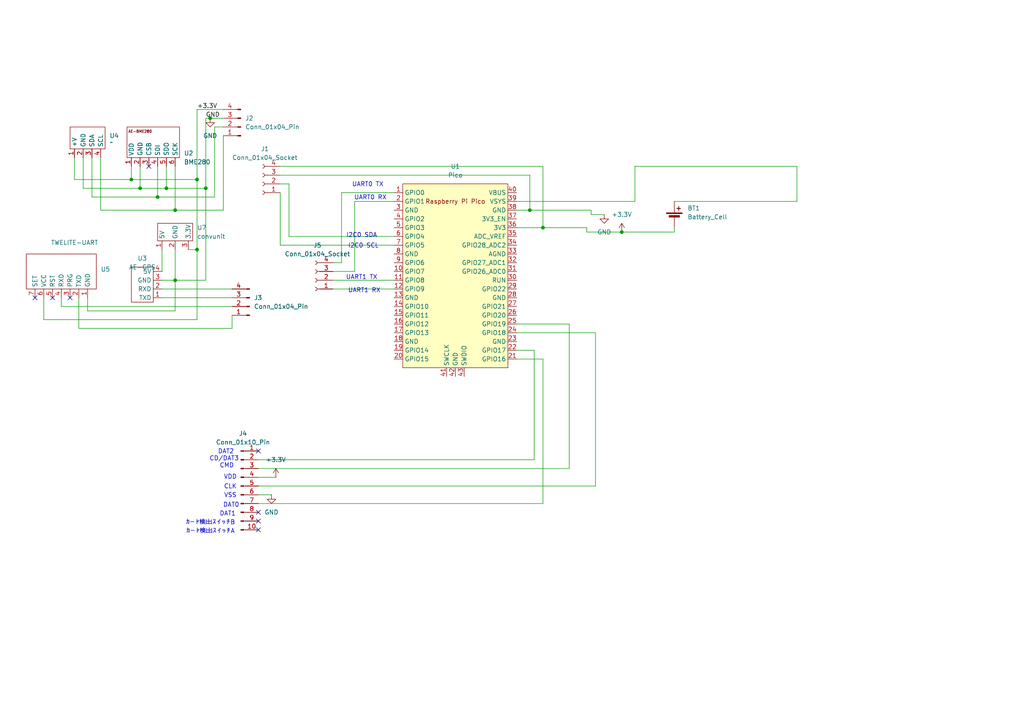
<source format=kicad_sch>
(kicad_sch
	(version 20231120)
	(generator "eeschema")
	(generator_version "8.0")
	(uuid "4d225088-d5b7-4ded-a7cf-f00dc9bc15f8")
	(paper "A4")
	(lib_symbols
		(symbol "0_kasa_lib-2024-:AE-GPS"
			(exclude_from_sim no)
			(in_bom yes)
			(on_board yes)
			(property "Reference" "U"
				(at 0 -2.032 0)
				(effects
					(font
						(size 1.27 1.27)
					)
				)
			)
			(property "Value" "AE-GPS"
				(at -0.254 -5.588 0)
				(effects
					(font
						(size 1.27 1.27)
					)
				)
			)
			(property "Footprint" ""
				(at 0 0 0)
				(effects
					(font
						(size 1.27 1.27)
					)
					(hide yes)
				)
			)
			(property "Datasheet" ""
				(at 0 0 0)
				(effects
					(font
						(size 1.27 1.27)
					)
					(hide yes)
				)
			)
			(property "Description" ""
				(at 0 0 0)
				(effects
					(font
						(size 1.27 1.27)
					)
					(hide yes)
				)
			)
			(symbol "AE-GPS_0_1"
				(rectangle
					(start -5.08 2.54)
					(end 5.08 -3.81)
					(stroke
						(width 0)
						(type default)
					)
					(fill
						(type none)
					)
				)
			)
			(symbol "AE-GPS_1_1"
				(pin passive line
					(at 3.81 5.08 270)
					(length 2.54)
					(name "TXD"
						(effects
							(font
								(size 1.27 1.27)
							)
						)
					)
					(number "1"
						(effects
							(font
								(size 1.27 1.27)
							)
						)
					)
				)
				(pin passive line
					(at 1.27 5.08 270)
					(length 2.54)
					(name "RXD"
						(effects
							(font
								(size 1.27 1.27)
							)
						)
					)
					(number "2"
						(effects
							(font
								(size 1.27 1.27)
							)
						)
					)
				)
				(pin passive line
					(at -1.27 5.08 270)
					(length 2.54)
					(name "GND"
						(effects
							(font
								(size 1.27 1.27)
							)
						)
					)
					(number "3"
						(effects
							(font
								(size 1.27 1.27)
							)
						)
					)
				)
				(pin passive line
					(at -3.81 5.08 270)
					(length 2.54)
					(name "5V"
						(effects
							(font
								(size 1.27 1.27)
							)
						)
					)
					(number "4"
						(effects
							(font
								(size 1.27 1.27)
							)
						)
					)
				)
			)
		)
		(symbol "0_kasa_lib-2024-:AE-LSM9DS1"
			(exclude_from_sim no)
			(in_bom yes)
			(on_board yes)
			(property "Reference" "U"
				(at 0 -3.556 0)
				(effects
					(font
						(size 1.27 1.27)
					)
				)
			)
			(property "Value" ""
				(at 0 0 0)
				(effects
					(font
						(size 1.27 1.27)
					)
				)
			)
			(property "Footprint" ""
				(at 0 0 0)
				(effects
					(font
						(size 1.27 1.27)
					)
					(hide yes)
				)
			)
			(property "Datasheet" ""
				(at 0 0 0)
				(effects
					(font
						(size 1.27 1.27)
					)
					(hide yes)
				)
			)
			(property "Description" ""
				(at 0 0 0)
				(effects
					(font
						(size 1.27 1.27)
					)
					(hide yes)
				)
			)
			(symbol "AE-LSM9DS1_0_1"
				(rectangle
					(start -5.08 8.89)
					(end 5.08 2.54)
					(stroke
						(width 0)
						(type default)
					)
					(fill
						(type none)
					)
				)
			)
			(symbol "AE-LSM9DS1_1_1"
				(pin passive line
					(at -3.81 0 90)
					(length 2.54)
					(name "+V"
						(effects
							(font
								(size 1.27 1.27)
							)
						)
					)
					(number "1"
						(effects
							(font
								(size 1.27 1.27)
							)
						)
					)
				)
				(pin passive line
					(at -1.27 0 90)
					(length 2.54)
					(name "GND"
						(effects
							(font
								(size 1.27 1.27)
							)
						)
					)
					(number "2"
						(effects
							(font
								(size 1.27 1.27)
							)
						)
					)
				)
				(pin passive line
					(at 1.27 0 90)
					(length 2.54)
					(name "SDA"
						(effects
							(font
								(size 1.27 1.27)
							)
						)
					)
					(number "3"
						(effects
							(font
								(size 1.27 1.27)
							)
						)
					)
				)
				(pin passive line
					(at 3.81 0 90)
					(length 2.54)
					(name "SCL"
						(effects
							(font
								(size 1.27 1.27)
							)
						)
					)
					(number "4"
						(effects
							(font
								(size 1.27 1.27)
							)
						)
					)
				)
			)
		)
		(symbol "0_kasa_lib-2024-:BME280"
			(exclude_from_sim no)
			(in_bom yes)
			(on_board yes)
			(property "Reference" "U"
				(at 0 6.35 0)
				(effects
					(font
						(size 1.27 1.27)
					)
				)
			)
			(property "Value" "BME280"
				(at 11.684 -5.588 0)
				(effects
					(font
						(size 1.27 1.27)
					)
				)
			)
			(property "Footprint" ""
				(at 2.54 1.27 0)
				(effects
					(font
						(size 1.27 1.27)
					)
					(hide yes)
				)
			)
			(property "Datasheet" ""
				(at 2.54 1.27 0)
				(effects
					(font
						(size 1.27 1.27)
					)
					(hide yes)
				)
			)
			(property "Description" ""
				(at 0 0 0)
				(effects
					(font
						(size 1.27 1.27)
					)
					(hide yes)
				)
			)
			(symbol "BME280_0_0"
				(text "AE-BME280"
					(at -3.81 3.81 0)
					(effects
						(font
							(size 0.762 0.762)
						)
					)
				)
			)
			(symbol "BME280_0_1"
				(rectangle
					(start -20.32 -12.7)
					(end -20.32 -12.7)
					(stroke
						(width 0)
						(type default)
					)
					(fill
						(type none)
					)
				)
				(rectangle
					(start -7.62 5.08)
					(end 7.62 -3.81)
					(stroke
						(width 0)
						(type default)
					)
					(fill
						(type none)
					)
				)
			)
			(symbol "BME280_1_1"
				(pin passive line
					(at -6.35 -6.35 90)
					(length 2.54)
					(name "VDD"
						(effects
							(font
								(size 1.27 1.27)
							)
						)
					)
					(number "1"
						(effects
							(font
								(size 1.27 1.27)
							)
						)
					)
				)
				(pin passive line
					(at -3.81 -6.35 90)
					(length 2.54)
					(name "GND"
						(effects
							(font
								(size 1.27 1.27)
							)
						)
					)
					(number "2"
						(effects
							(font
								(size 1.27 1.27)
							)
						)
					)
				)
				(pin passive line
					(at -1.27 -6.35 90)
					(length 2.54)
					(name "CSB"
						(effects
							(font
								(size 1.27 1.27)
							)
						)
					)
					(number "3"
						(effects
							(font
								(size 1.27 1.27)
							)
						)
					)
				)
				(pin passive line
					(at 1.27 -6.35 90)
					(length 2.54)
					(name "SDI"
						(effects
							(font
								(size 1.27 1.27)
							)
						)
					)
					(number "4"
						(effects
							(font
								(size 1.27 1.27)
							)
						)
					)
				)
				(pin passive line
					(at 3.81 -6.35 90)
					(length 2.54)
					(name "SDO"
						(effects
							(font
								(size 1.27 1.27)
							)
						)
					)
					(number "5"
						(effects
							(font
								(size 1.27 1.27)
							)
						)
					)
				)
				(pin passive line
					(at 6.35 -6.35 90)
					(length 2.54)
					(name "SCK"
						(effects
							(font
								(size 1.27 1.27)
							)
						)
					)
					(number "6"
						(effects
							(font
								(size 1.27 1.27)
							)
						)
					)
				)
			)
		)
		(symbol "0_kasa_lib-2024-:TWELITE-UART"
			(exclude_from_sim no)
			(in_bom yes)
			(on_board yes)
			(property "Reference" "U"
				(at 0 12.7 0)
				(effects
					(font
						(size 1.27 1.27)
					)
				)
			)
			(property "Value" "TWELITE-UART"
				(at -1.27 -3.81 0)
				(effects
					(font
						(size 1.27 1.27)
					)
				)
			)
			(property "Footprint" ""
				(at -1.27 -3.81 0)
				(effects
					(font
						(size 1.27 1.27)
					)
					(hide yes)
				)
			)
			(property "Datasheet" ""
				(at -1.27 -3.81 0)
				(effects
					(font
						(size 1.27 1.27)
					)
					(hide yes)
				)
			)
			(property "Description" ""
				(at -1.27 -3.81 0)
				(effects
					(font
						(size 1.27 1.27)
					)
					(hide yes)
				)
			)
			(symbol "TWELITE-UART_0_1"
				(rectangle
					(start -10.16 10.16)
					(end 10.16 0)
					(stroke
						(width 0)
						(type default)
					)
					(fill
						(type none)
					)
				)
			)
			(symbol "TWELITE-UART_1_1"
				(pin passive line
					(at 7.62 -2.54 90)
					(length 2.54)
					(name "GND"
						(effects
							(font
								(size 1.27 1.27)
							)
						)
					)
					(number "1"
						(effects
							(font
								(size 1.27 1.27)
							)
						)
					)
				)
				(pin passive line
					(at 5.08 -2.54 90)
					(length 2.54)
					(name "TXD"
						(effects
							(font
								(size 1.27 1.27)
							)
						)
					)
					(number "2"
						(effects
							(font
								(size 1.27 1.27)
							)
						)
					)
				)
				(pin passive line
					(at 2.54 -2.54 90)
					(length 2.54)
					(name "PRG"
						(effects
							(font
								(size 1.27 1.27)
							)
						)
					)
					(number "3"
						(effects
							(font
								(size 1.27 1.27)
							)
						)
					)
				)
				(pin passive line
					(at 0 -2.54 90)
					(length 2.54)
					(name "RXD"
						(effects
							(font
								(size 1.27 1.27)
							)
						)
					)
					(number "4"
						(effects
							(font
								(size 1.27 1.27)
							)
						)
					)
				)
				(pin passive line
					(at -2.54 -2.54 90)
					(length 2.54)
					(name "RST"
						(effects
							(font
								(size 1.27 1.27)
							)
						)
					)
					(number "5"
						(effects
							(font
								(size 1.27 1.27)
							)
						)
					)
				)
				(pin passive line
					(at -5.08 -2.54 90)
					(length 2.54)
					(name "VCC"
						(effects
							(font
								(size 1.27 1.27)
							)
						)
					)
					(number "6"
						(effects
							(font
								(size 1.27 1.27)
							)
						)
					)
				)
				(pin passive line
					(at -7.62 -2.54 90)
					(length 2.54)
					(name "SET"
						(effects
							(font
								(size 1.27 1.27)
							)
						)
					)
					(number "7"
						(effects
							(font
								(size 1.27 1.27)
							)
						)
					)
				)
			)
		)
		(symbol "0_kasa_lib-2024-:convunit"
			(exclude_from_sim no)
			(in_bom yes)
			(on_board yes)
			(property "Reference" "U"
				(at 0 6.096 0)
				(effects
					(font
						(size 1.27 1.27)
					)
				)
			)
			(property "Value" "convunit"
				(at 0 0 0)
				(effects
					(font
						(size 1.27 1.27)
					)
				)
			)
			(property "Footprint" ""
				(at 0 0 0)
				(effects
					(font
						(size 1.27 1.27)
					)
					(hide yes)
				)
			)
			(property "Datasheet" ""
				(at 0 0 0)
				(effects
					(font
						(size 1.27 1.27)
					)
					(hide yes)
				)
			)
			(property "Description" ""
				(at 0 0 0)
				(effects
					(font
						(size 1.27 1.27)
					)
					(hide yes)
				)
			)
			(symbol "convunit_0_1"
				(rectangle
					(start -5.08 5.08)
					(end 5.08 0)
					(stroke
						(width 0)
						(type default)
					)
					(fill
						(type none)
					)
				)
			)
			(symbol "convunit_1_1"
				(pin passive line
					(at -3.81 -2.54 90)
					(length 2.54)
					(name "5V"
						(effects
							(font
								(size 1.27 1.27)
							)
						)
					)
					(number "1"
						(effects
							(font
								(size 1.27 1.27)
							)
						)
					)
				)
				(pin passive line
					(at 0 -2.54 90)
					(length 2.54)
					(name "GND"
						(effects
							(font
								(size 1.27 1.27)
							)
						)
					)
					(number "2"
						(effects
							(font
								(size 1.27 1.27)
							)
						)
					)
				)
				(pin passive line
					(at 3.81 -2.54 90)
					(length 2.54)
					(name "3.3V"
						(effects
							(font
								(size 1.27 1.27)
							)
						)
					)
					(number "3"
						(effects
							(font
								(size 1.27 1.27)
							)
						)
					)
				)
			)
		)
		(symbol "Connector:Conn_01x04_Pin"
			(pin_names
				(offset 1.016) hide)
			(exclude_from_sim no)
			(in_bom yes)
			(on_board yes)
			(property "Reference" "J"
				(at 0 5.08 0)
				(effects
					(font
						(size 1.27 1.27)
					)
				)
			)
			(property "Value" "Conn_01x04_Pin"
				(at 0 -7.62 0)
				(effects
					(font
						(size 1.27 1.27)
					)
				)
			)
			(property "Footprint" ""
				(at 0 0 0)
				(effects
					(font
						(size 1.27 1.27)
					)
					(hide yes)
				)
			)
			(property "Datasheet" "~"
				(at 0 0 0)
				(effects
					(font
						(size 1.27 1.27)
					)
					(hide yes)
				)
			)
			(property "Description" "Generic connector, single row, 01x04, script generated"
				(at 0 0 0)
				(effects
					(font
						(size 1.27 1.27)
					)
					(hide yes)
				)
			)
			(property "ki_locked" ""
				(at 0 0 0)
				(effects
					(font
						(size 1.27 1.27)
					)
				)
			)
			(property "ki_keywords" "connector"
				(at 0 0 0)
				(effects
					(font
						(size 1.27 1.27)
					)
					(hide yes)
				)
			)
			(property "ki_fp_filters" "Connector*:*_1x??_*"
				(at 0 0 0)
				(effects
					(font
						(size 1.27 1.27)
					)
					(hide yes)
				)
			)
			(symbol "Conn_01x04_Pin_1_1"
				(polyline
					(pts
						(xy 1.27 -5.08) (xy 0.8636 -5.08)
					)
					(stroke
						(width 0.1524)
						(type default)
					)
					(fill
						(type none)
					)
				)
				(polyline
					(pts
						(xy 1.27 -2.54) (xy 0.8636 -2.54)
					)
					(stroke
						(width 0.1524)
						(type default)
					)
					(fill
						(type none)
					)
				)
				(polyline
					(pts
						(xy 1.27 0) (xy 0.8636 0)
					)
					(stroke
						(width 0.1524)
						(type default)
					)
					(fill
						(type none)
					)
				)
				(polyline
					(pts
						(xy 1.27 2.54) (xy 0.8636 2.54)
					)
					(stroke
						(width 0.1524)
						(type default)
					)
					(fill
						(type none)
					)
				)
				(rectangle
					(start 0.8636 -4.953)
					(end 0 -5.207)
					(stroke
						(width 0.1524)
						(type default)
					)
					(fill
						(type outline)
					)
				)
				(rectangle
					(start 0.8636 -2.413)
					(end 0 -2.667)
					(stroke
						(width 0.1524)
						(type default)
					)
					(fill
						(type outline)
					)
				)
				(rectangle
					(start 0.8636 0.127)
					(end 0 -0.127)
					(stroke
						(width 0.1524)
						(type default)
					)
					(fill
						(type outline)
					)
				)
				(rectangle
					(start 0.8636 2.667)
					(end 0 2.413)
					(stroke
						(width 0.1524)
						(type default)
					)
					(fill
						(type outline)
					)
				)
				(pin passive line
					(at 5.08 2.54 180)
					(length 3.81)
					(name "Pin_1"
						(effects
							(font
								(size 1.27 1.27)
							)
						)
					)
					(number "1"
						(effects
							(font
								(size 1.27 1.27)
							)
						)
					)
				)
				(pin passive line
					(at 5.08 0 180)
					(length 3.81)
					(name "Pin_2"
						(effects
							(font
								(size 1.27 1.27)
							)
						)
					)
					(number "2"
						(effects
							(font
								(size 1.27 1.27)
							)
						)
					)
				)
				(pin passive line
					(at 5.08 -2.54 180)
					(length 3.81)
					(name "Pin_3"
						(effects
							(font
								(size 1.27 1.27)
							)
						)
					)
					(number "3"
						(effects
							(font
								(size 1.27 1.27)
							)
						)
					)
				)
				(pin passive line
					(at 5.08 -5.08 180)
					(length 3.81)
					(name "Pin_4"
						(effects
							(font
								(size 1.27 1.27)
							)
						)
					)
					(number "4"
						(effects
							(font
								(size 1.27 1.27)
							)
						)
					)
				)
			)
		)
		(symbol "Connector:Conn_01x04_Socket"
			(pin_names
				(offset 1.016) hide)
			(exclude_from_sim no)
			(in_bom yes)
			(on_board yes)
			(property "Reference" "J"
				(at 0 5.08 0)
				(effects
					(font
						(size 1.27 1.27)
					)
				)
			)
			(property "Value" "Conn_01x04_Socket"
				(at 0 -7.62 0)
				(effects
					(font
						(size 1.27 1.27)
					)
				)
			)
			(property "Footprint" ""
				(at 0 0 0)
				(effects
					(font
						(size 1.27 1.27)
					)
					(hide yes)
				)
			)
			(property "Datasheet" "~"
				(at 0 0 0)
				(effects
					(font
						(size 1.27 1.27)
					)
					(hide yes)
				)
			)
			(property "Description" "Generic connector, single row, 01x04, script generated"
				(at 0 0 0)
				(effects
					(font
						(size 1.27 1.27)
					)
					(hide yes)
				)
			)
			(property "ki_locked" ""
				(at 0 0 0)
				(effects
					(font
						(size 1.27 1.27)
					)
				)
			)
			(property "ki_keywords" "connector"
				(at 0 0 0)
				(effects
					(font
						(size 1.27 1.27)
					)
					(hide yes)
				)
			)
			(property "ki_fp_filters" "Connector*:*_1x??_*"
				(at 0 0 0)
				(effects
					(font
						(size 1.27 1.27)
					)
					(hide yes)
				)
			)
			(symbol "Conn_01x04_Socket_1_1"
				(arc
					(start 0 -4.572)
					(mid -0.5058 -5.08)
					(end 0 -5.588)
					(stroke
						(width 0.1524)
						(type default)
					)
					(fill
						(type none)
					)
				)
				(arc
					(start 0 -2.032)
					(mid -0.5058 -2.54)
					(end 0 -3.048)
					(stroke
						(width 0.1524)
						(type default)
					)
					(fill
						(type none)
					)
				)
				(polyline
					(pts
						(xy -1.27 -5.08) (xy -0.508 -5.08)
					)
					(stroke
						(width 0.1524)
						(type default)
					)
					(fill
						(type none)
					)
				)
				(polyline
					(pts
						(xy -1.27 -2.54) (xy -0.508 -2.54)
					)
					(stroke
						(width 0.1524)
						(type default)
					)
					(fill
						(type none)
					)
				)
				(polyline
					(pts
						(xy -1.27 0) (xy -0.508 0)
					)
					(stroke
						(width 0.1524)
						(type default)
					)
					(fill
						(type none)
					)
				)
				(polyline
					(pts
						(xy -1.27 2.54) (xy -0.508 2.54)
					)
					(stroke
						(width 0.1524)
						(type default)
					)
					(fill
						(type none)
					)
				)
				(arc
					(start 0 0.508)
					(mid -0.5058 0)
					(end 0 -0.508)
					(stroke
						(width 0.1524)
						(type default)
					)
					(fill
						(type none)
					)
				)
				(arc
					(start 0 3.048)
					(mid -0.5058 2.54)
					(end 0 2.032)
					(stroke
						(width 0.1524)
						(type default)
					)
					(fill
						(type none)
					)
				)
				(pin passive line
					(at -5.08 2.54 0)
					(length 3.81)
					(name "Pin_1"
						(effects
							(font
								(size 1.27 1.27)
							)
						)
					)
					(number "1"
						(effects
							(font
								(size 1.27 1.27)
							)
						)
					)
				)
				(pin passive line
					(at -5.08 0 0)
					(length 3.81)
					(name "Pin_2"
						(effects
							(font
								(size 1.27 1.27)
							)
						)
					)
					(number "2"
						(effects
							(font
								(size 1.27 1.27)
							)
						)
					)
				)
				(pin passive line
					(at -5.08 -2.54 0)
					(length 3.81)
					(name "Pin_3"
						(effects
							(font
								(size 1.27 1.27)
							)
						)
					)
					(number "3"
						(effects
							(font
								(size 1.27 1.27)
							)
						)
					)
				)
				(pin passive line
					(at -5.08 -5.08 0)
					(length 3.81)
					(name "Pin_4"
						(effects
							(font
								(size 1.27 1.27)
							)
						)
					)
					(number "4"
						(effects
							(font
								(size 1.27 1.27)
							)
						)
					)
				)
			)
		)
		(symbol "Connector:Conn_01x10_Pin"
			(pin_names
				(offset 1.016) hide)
			(exclude_from_sim no)
			(in_bom yes)
			(on_board yes)
			(property "Reference" "J"
				(at 0 12.7 0)
				(effects
					(font
						(size 1.27 1.27)
					)
				)
			)
			(property "Value" "Conn_01x10_Pin"
				(at 0 -15.24 0)
				(effects
					(font
						(size 1.27 1.27)
					)
				)
			)
			(property "Footprint" ""
				(at 0 0 0)
				(effects
					(font
						(size 1.27 1.27)
					)
					(hide yes)
				)
			)
			(property "Datasheet" "~"
				(at 0 0 0)
				(effects
					(font
						(size 1.27 1.27)
					)
					(hide yes)
				)
			)
			(property "Description" "Generic connector, single row, 01x10, script generated"
				(at 0 0 0)
				(effects
					(font
						(size 1.27 1.27)
					)
					(hide yes)
				)
			)
			(property "ki_locked" ""
				(at 0 0 0)
				(effects
					(font
						(size 1.27 1.27)
					)
				)
			)
			(property "ki_keywords" "connector"
				(at 0 0 0)
				(effects
					(font
						(size 1.27 1.27)
					)
					(hide yes)
				)
			)
			(property "ki_fp_filters" "Connector*:*_1x??_*"
				(at 0 0 0)
				(effects
					(font
						(size 1.27 1.27)
					)
					(hide yes)
				)
			)
			(symbol "Conn_01x10_Pin_1_1"
				(polyline
					(pts
						(xy 1.27 -12.7) (xy 0.8636 -12.7)
					)
					(stroke
						(width 0.1524)
						(type default)
					)
					(fill
						(type none)
					)
				)
				(polyline
					(pts
						(xy 1.27 -10.16) (xy 0.8636 -10.16)
					)
					(stroke
						(width 0.1524)
						(type default)
					)
					(fill
						(type none)
					)
				)
				(polyline
					(pts
						(xy 1.27 -7.62) (xy 0.8636 -7.62)
					)
					(stroke
						(width 0.1524)
						(type default)
					)
					(fill
						(type none)
					)
				)
				(polyline
					(pts
						(xy 1.27 -5.08) (xy 0.8636 -5.08)
					)
					(stroke
						(width 0.1524)
						(type default)
					)
					(fill
						(type none)
					)
				)
				(polyline
					(pts
						(xy 1.27 -2.54) (xy 0.8636 -2.54)
					)
					(stroke
						(width 0.1524)
						(type default)
					)
					(fill
						(type none)
					)
				)
				(polyline
					(pts
						(xy 1.27 0) (xy 0.8636 0)
					)
					(stroke
						(width 0.1524)
						(type default)
					)
					(fill
						(type none)
					)
				)
				(polyline
					(pts
						(xy 1.27 2.54) (xy 0.8636 2.54)
					)
					(stroke
						(width 0.1524)
						(type default)
					)
					(fill
						(type none)
					)
				)
				(polyline
					(pts
						(xy 1.27 5.08) (xy 0.8636 5.08)
					)
					(stroke
						(width 0.1524)
						(type default)
					)
					(fill
						(type none)
					)
				)
				(polyline
					(pts
						(xy 1.27 7.62) (xy 0.8636 7.62)
					)
					(stroke
						(width 0.1524)
						(type default)
					)
					(fill
						(type none)
					)
				)
				(polyline
					(pts
						(xy 1.27 10.16) (xy 0.8636 10.16)
					)
					(stroke
						(width 0.1524)
						(type default)
					)
					(fill
						(type none)
					)
				)
				(rectangle
					(start 0.8636 -12.573)
					(end 0 -12.827)
					(stroke
						(width 0.1524)
						(type default)
					)
					(fill
						(type outline)
					)
				)
				(rectangle
					(start 0.8636 -10.033)
					(end 0 -10.287)
					(stroke
						(width 0.1524)
						(type default)
					)
					(fill
						(type outline)
					)
				)
				(rectangle
					(start 0.8636 -7.493)
					(end 0 -7.747)
					(stroke
						(width 0.1524)
						(type default)
					)
					(fill
						(type outline)
					)
				)
				(rectangle
					(start 0.8636 -4.953)
					(end 0 -5.207)
					(stroke
						(width 0.1524)
						(type default)
					)
					(fill
						(type outline)
					)
				)
				(rectangle
					(start 0.8636 -2.413)
					(end 0 -2.667)
					(stroke
						(width 0.1524)
						(type default)
					)
					(fill
						(type outline)
					)
				)
				(rectangle
					(start 0.8636 0.127)
					(end 0 -0.127)
					(stroke
						(width 0.1524)
						(type default)
					)
					(fill
						(type outline)
					)
				)
				(rectangle
					(start 0.8636 2.667)
					(end 0 2.413)
					(stroke
						(width 0.1524)
						(type default)
					)
					(fill
						(type outline)
					)
				)
				(rectangle
					(start 0.8636 5.207)
					(end 0 4.953)
					(stroke
						(width 0.1524)
						(type default)
					)
					(fill
						(type outline)
					)
				)
				(rectangle
					(start 0.8636 7.747)
					(end 0 7.493)
					(stroke
						(width 0.1524)
						(type default)
					)
					(fill
						(type outline)
					)
				)
				(rectangle
					(start 0.8636 10.287)
					(end 0 10.033)
					(stroke
						(width 0.1524)
						(type default)
					)
					(fill
						(type outline)
					)
				)
				(pin passive line
					(at 5.08 10.16 180)
					(length 3.81)
					(name "Pin_1"
						(effects
							(font
								(size 1.27 1.27)
							)
						)
					)
					(number "1"
						(effects
							(font
								(size 1.27 1.27)
							)
						)
					)
				)
				(pin passive line
					(at 5.08 -12.7 180)
					(length 3.81)
					(name "Pin_10"
						(effects
							(font
								(size 1.27 1.27)
							)
						)
					)
					(number "10"
						(effects
							(font
								(size 1.27 1.27)
							)
						)
					)
				)
				(pin passive line
					(at 5.08 7.62 180)
					(length 3.81)
					(name "Pin_2"
						(effects
							(font
								(size 1.27 1.27)
							)
						)
					)
					(number "2"
						(effects
							(font
								(size 1.27 1.27)
							)
						)
					)
				)
				(pin passive line
					(at 5.08 5.08 180)
					(length 3.81)
					(name "Pin_3"
						(effects
							(font
								(size 1.27 1.27)
							)
						)
					)
					(number "3"
						(effects
							(font
								(size 1.27 1.27)
							)
						)
					)
				)
				(pin passive line
					(at 5.08 2.54 180)
					(length 3.81)
					(name "Pin_4"
						(effects
							(font
								(size 1.27 1.27)
							)
						)
					)
					(number "4"
						(effects
							(font
								(size 1.27 1.27)
							)
						)
					)
				)
				(pin passive line
					(at 5.08 0 180)
					(length 3.81)
					(name "Pin_5"
						(effects
							(font
								(size 1.27 1.27)
							)
						)
					)
					(number "5"
						(effects
							(font
								(size 1.27 1.27)
							)
						)
					)
				)
				(pin passive line
					(at 5.08 -2.54 180)
					(length 3.81)
					(name "Pin_6"
						(effects
							(font
								(size 1.27 1.27)
							)
						)
					)
					(number "6"
						(effects
							(font
								(size 1.27 1.27)
							)
						)
					)
				)
				(pin passive line
					(at 5.08 -5.08 180)
					(length 3.81)
					(name "Pin_7"
						(effects
							(font
								(size 1.27 1.27)
							)
						)
					)
					(number "7"
						(effects
							(font
								(size 1.27 1.27)
							)
						)
					)
				)
				(pin passive line
					(at 5.08 -7.62 180)
					(length 3.81)
					(name "Pin_8"
						(effects
							(font
								(size 1.27 1.27)
							)
						)
					)
					(number "8"
						(effects
							(font
								(size 1.27 1.27)
							)
						)
					)
				)
				(pin passive line
					(at 5.08 -10.16 180)
					(length 3.81)
					(name "Pin_9"
						(effects
							(font
								(size 1.27 1.27)
							)
						)
					)
					(number "9"
						(effects
							(font
								(size 1.27 1.27)
							)
						)
					)
				)
			)
		)
		(symbol "Device:Battery_Cell"
			(pin_numbers hide)
			(pin_names
				(offset 0) hide)
			(exclude_from_sim no)
			(in_bom yes)
			(on_board yes)
			(property "Reference" "BT"
				(at 2.54 2.54 0)
				(effects
					(font
						(size 1.27 1.27)
					)
					(justify left)
				)
			)
			(property "Value" "Battery_Cell"
				(at 2.54 0 0)
				(effects
					(font
						(size 1.27 1.27)
					)
					(justify left)
				)
			)
			(property "Footprint" ""
				(at 0 1.524 90)
				(effects
					(font
						(size 1.27 1.27)
					)
					(hide yes)
				)
			)
			(property "Datasheet" "~"
				(at 0 1.524 90)
				(effects
					(font
						(size 1.27 1.27)
					)
					(hide yes)
				)
			)
			(property "Description" "Single-cell battery"
				(at 0 0 0)
				(effects
					(font
						(size 1.27 1.27)
					)
					(hide yes)
				)
			)
			(property "ki_keywords" "battery cell"
				(at 0 0 0)
				(effects
					(font
						(size 1.27 1.27)
					)
					(hide yes)
				)
			)
			(symbol "Battery_Cell_0_1"
				(rectangle
					(start -2.286 1.778)
					(end 2.286 1.524)
					(stroke
						(width 0)
						(type default)
					)
					(fill
						(type outline)
					)
				)
				(rectangle
					(start -1.524 1.016)
					(end 1.524 0.508)
					(stroke
						(width 0)
						(type default)
					)
					(fill
						(type outline)
					)
				)
				(polyline
					(pts
						(xy 0 0.762) (xy 0 0)
					)
					(stroke
						(width 0)
						(type default)
					)
					(fill
						(type none)
					)
				)
				(polyline
					(pts
						(xy 0 1.778) (xy 0 2.54)
					)
					(stroke
						(width 0)
						(type default)
					)
					(fill
						(type none)
					)
				)
				(polyline
					(pts
						(xy 0.762 3.048) (xy 1.778 3.048)
					)
					(stroke
						(width 0.254)
						(type default)
					)
					(fill
						(type none)
					)
				)
				(polyline
					(pts
						(xy 1.27 3.556) (xy 1.27 2.54)
					)
					(stroke
						(width 0.254)
						(type default)
					)
					(fill
						(type none)
					)
				)
			)
			(symbol "Battery_Cell_1_1"
				(pin passive line
					(at 0 5.08 270)
					(length 2.54)
					(name "+"
						(effects
							(font
								(size 1.27 1.27)
							)
						)
					)
					(number "1"
						(effects
							(font
								(size 1.27 1.27)
							)
						)
					)
				)
				(pin passive line
					(at 0 -2.54 90)
					(length 2.54)
					(name "-"
						(effects
							(font
								(size 1.27 1.27)
							)
						)
					)
					(number "2"
						(effects
							(font
								(size 1.27 1.27)
							)
						)
					)
				)
			)
		)
		(symbol "MCU_RaspberryPi_and_Boards:Pico"
			(exclude_from_sim no)
			(in_bom yes)
			(on_board yes)
			(property "Reference" "U"
				(at -13.97 27.94 0)
				(effects
					(font
						(size 1.27 1.27)
					)
				)
			)
			(property "Value" "Pico"
				(at 0 19.05 0)
				(effects
					(font
						(size 1.27 1.27)
					)
				)
			)
			(property "Footprint" "RPi_Pico:RPi_Pico_SMD_TH"
				(at 0 0 90)
				(effects
					(font
						(size 1.27 1.27)
					)
					(hide yes)
				)
			)
			(property "Datasheet" ""
				(at 0 0 0)
				(effects
					(font
						(size 1.27 1.27)
					)
					(hide yes)
				)
			)
			(property "Description" ""
				(at 0 0 0)
				(effects
					(font
						(size 1.27 1.27)
					)
					(hide yes)
				)
			)
			(symbol "Pico_0_0"
				(text "Raspberry Pi Pico"
					(at 0 21.59 0)
					(effects
						(font
							(size 1.27 1.27)
						)
					)
				)
			)
			(symbol "Pico_0_1"
				(rectangle
					(start -15.24 26.67)
					(end 15.24 -26.67)
					(stroke
						(width 0)
						(type default)
					)
					(fill
						(type background)
					)
				)
			)
			(symbol "Pico_1_1"
				(pin bidirectional line
					(at -17.78 24.13 0)
					(length 2.54)
					(name "GPIO0"
						(effects
							(font
								(size 1.27 1.27)
							)
						)
					)
					(number "1"
						(effects
							(font
								(size 1.27 1.27)
							)
						)
					)
				)
				(pin bidirectional line
					(at -17.78 1.27 0)
					(length 2.54)
					(name "GPIO7"
						(effects
							(font
								(size 1.27 1.27)
							)
						)
					)
					(number "10"
						(effects
							(font
								(size 1.27 1.27)
							)
						)
					)
				)
				(pin bidirectional line
					(at -17.78 -1.27 0)
					(length 2.54)
					(name "GPIO8"
						(effects
							(font
								(size 1.27 1.27)
							)
						)
					)
					(number "11"
						(effects
							(font
								(size 1.27 1.27)
							)
						)
					)
				)
				(pin bidirectional line
					(at -17.78 -3.81 0)
					(length 2.54)
					(name "GPIO9"
						(effects
							(font
								(size 1.27 1.27)
							)
						)
					)
					(number "12"
						(effects
							(font
								(size 1.27 1.27)
							)
						)
					)
				)
				(pin power_in line
					(at -17.78 -6.35 0)
					(length 2.54)
					(name "GND"
						(effects
							(font
								(size 1.27 1.27)
							)
						)
					)
					(number "13"
						(effects
							(font
								(size 1.27 1.27)
							)
						)
					)
				)
				(pin bidirectional line
					(at -17.78 -8.89 0)
					(length 2.54)
					(name "GPIO10"
						(effects
							(font
								(size 1.27 1.27)
							)
						)
					)
					(number "14"
						(effects
							(font
								(size 1.27 1.27)
							)
						)
					)
				)
				(pin bidirectional line
					(at -17.78 -11.43 0)
					(length 2.54)
					(name "GPIO11"
						(effects
							(font
								(size 1.27 1.27)
							)
						)
					)
					(number "15"
						(effects
							(font
								(size 1.27 1.27)
							)
						)
					)
				)
				(pin bidirectional line
					(at -17.78 -13.97 0)
					(length 2.54)
					(name "GPIO12"
						(effects
							(font
								(size 1.27 1.27)
							)
						)
					)
					(number "16"
						(effects
							(font
								(size 1.27 1.27)
							)
						)
					)
				)
				(pin bidirectional line
					(at -17.78 -16.51 0)
					(length 2.54)
					(name "GPIO13"
						(effects
							(font
								(size 1.27 1.27)
							)
						)
					)
					(number "17"
						(effects
							(font
								(size 1.27 1.27)
							)
						)
					)
				)
				(pin power_in line
					(at -17.78 -19.05 0)
					(length 2.54)
					(name "GND"
						(effects
							(font
								(size 1.27 1.27)
							)
						)
					)
					(number "18"
						(effects
							(font
								(size 1.27 1.27)
							)
						)
					)
				)
				(pin bidirectional line
					(at -17.78 -21.59 0)
					(length 2.54)
					(name "GPIO14"
						(effects
							(font
								(size 1.27 1.27)
							)
						)
					)
					(number "19"
						(effects
							(font
								(size 1.27 1.27)
							)
						)
					)
				)
				(pin bidirectional line
					(at -17.78 21.59 0)
					(length 2.54)
					(name "GPIO1"
						(effects
							(font
								(size 1.27 1.27)
							)
						)
					)
					(number "2"
						(effects
							(font
								(size 1.27 1.27)
							)
						)
					)
				)
				(pin bidirectional line
					(at -17.78 -24.13 0)
					(length 2.54)
					(name "GPIO15"
						(effects
							(font
								(size 1.27 1.27)
							)
						)
					)
					(number "20"
						(effects
							(font
								(size 1.27 1.27)
							)
						)
					)
				)
				(pin bidirectional line
					(at 17.78 -24.13 180)
					(length 2.54)
					(name "GPIO16"
						(effects
							(font
								(size 1.27 1.27)
							)
						)
					)
					(number "21"
						(effects
							(font
								(size 1.27 1.27)
							)
						)
					)
				)
				(pin bidirectional line
					(at 17.78 -21.59 180)
					(length 2.54)
					(name "GPIO17"
						(effects
							(font
								(size 1.27 1.27)
							)
						)
					)
					(number "22"
						(effects
							(font
								(size 1.27 1.27)
							)
						)
					)
				)
				(pin power_in line
					(at 17.78 -19.05 180)
					(length 2.54)
					(name "GND"
						(effects
							(font
								(size 1.27 1.27)
							)
						)
					)
					(number "23"
						(effects
							(font
								(size 1.27 1.27)
							)
						)
					)
				)
				(pin bidirectional line
					(at 17.78 -16.51 180)
					(length 2.54)
					(name "GPIO18"
						(effects
							(font
								(size 1.27 1.27)
							)
						)
					)
					(number "24"
						(effects
							(font
								(size 1.27 1.27)
							)
						)
					)
				)
				(pin bidirectional line
					(at 17.78 -13.97 180)
					(length 2.54)
					(name "GPIO19"
						(effects
							(font
								(size 1.27 1.27)
							)
						)
					)
					(number "25"
						(effects
							(font
								(size 1.27 1.27)
							)
						)
					)
				)
				(pin bidirectional line
					(at 17.78 -11.43 180)
					(length 2.54)
					(name "GPIO20"
						(effects
							(font
								(size 1.27 1.27)
							)
						)
					)
					(number "26"
						(effects
							(font
								(size 1.27 1.27)
							)
						)
					)
				)
				(pin bidirectional line
					(at 17.78 -8.89 180)
					(length 2.54)
					(name "GPIO21"
						(effects
							(font
								(size 1.27 1.27)
							)
						)
					)
					(number "27"
						(effects
							(font
								(size 1.27 1.27)
							)
						)
					)
				)
				(pin power_in line
					(at 17.78 -6.35 180)
					(length 2.54)
					(name "GND"
						(effects
							(font
								(size 1.27 1.27)
							)
						)
					)
					(number "28"
						(effects
							(font
								(size 1.27 1.27)
							)
						)
					)
				)
				(pin bidirectional line
					(at 17.78 -3.81 180)
					(length 2.54)
					(name "GPIO22"
						(effects
							(font
								(size 1.27 1.27)
							)
						)
					)
					(number "29"
						(effects
							(font
								(size 1.27 1.27)
							)
						)
					)
				)
				(pin power_in line
					(at -17.78 19.05 0)
					(length 2.54)
					(name "GND"
						(effects
							(font
								(size 1.27 1.27)
							)
						)
					)
					(number "3"
						(effects
							(font
								(size 1.27 1.27)
							)
						)
					)
				)
				(pin input line
					(at 17.78 -1.27 180)
					(length 2.54)
					(name "RUN"
						(effects
							(font
								(size 1.27 1.27)
							)
						)
					)
					(number "30"
						(effects
							(font
								(size 1.27 1.27)
							)
						)
					)
				)
				(pin bidirectional line
					(at 17.78 1.27 180)
					(length 2.54)
					(name "GPIO26_ADC0"
						(effects
							(font
								(size 1.27 1.27)
							)
						)
					)
					(number "31"
						(effects
							(font
								(size 1.27 1.27)
							)
						)
					)
				)
				(pin bidirectional line
					(at 17.78 3.81 180)
					(length 2.54)
					(name "GPIO27_ADC1"
						(effects
							(font
								(size 1.27 1.27)
							)
						)
					)
					(number "32"
						(effects
							(font
								(size 1.27 1.27)
							)
						)
					)
				)
				(pin power_in line
					(at 17.78 6.35 180)
					(length 2.54)
					(name "AGND"
						(effects
							(font
								(size 1.27 1.27)
							)
						)
					)
					(number "33"
						(effects
							(font
								(size 1.27 1.27)
							)
						)
					)
				)
				(pin bidirectional line
					(at 17.78 8.89 180)
					(length 2.54)
					(name "GPIO28_ADC2"
						(effects
							(font
								(size 1.27 1.27)
							)
						)
					)
					(number "34"
						(effects
							(font
								(size 1.27 1.27)
							)
						)
					)
				)
				(pin power_in line
					(at 17.78 11.43 180)
					(length 2.54)
					(name "ADC_VREF"
						(effects
							(font
								(size 1.27 1.27)
							)
						)
					)
					(number "35"
						(effects
							(font
								(size 1.27 1.27)
							)
						)
					)
				)
				(pin power_in line
					(at 17.78 13.97 180)
					(length 2.54)
					(name "3V3"
						(effects
							(font
								(size 1.27 1.27)
							)
						)
					)
					(number "36"
						(effects
							(font
								(size 1.27 1.27)
							)
						)
					)
				)
				(pin input line
					(at 17.78 16.51 180)
					(length 2.54)
					(name "3V3_EN"
						(effects
							(font
								(size 1.27 1.27)
							)
						)
					)
					(number "37"
						(effects
							(font
								(size 1.27 1.27)
							)
						)
					)
				)
				(pin bidirectional line
					(at 17.78 19.05 180)
					(length 2.54)
					(name "GND"
						(effects
							(font
								(size 1.27 1.27)
							)
						)
					)
					(number "38"
						(effects
							(font
								(size 1.27 1.27)
							)
						)
					)
				)
				(pin power_in line
					(at 17.78 21.59 180)
					(length 2.54)
					(name "VSYS"
						(effects
							(font
								(size 1.27 1.27)
							)
						)
					)
					(number "39"
						(effects
							(font
								(size 1.27 1.27)
							)
						)
					)
				)
				(pin bidirectional line
					(at -17.78 16.51 0)
					(length 2.54)
					(name "GPIO2"
						(effects
							(font
								(size 1.27 1.27)
							)
						)
					)
					(number "4"
						(effects
							(font
								(size 1.27 1.27)
							)
						)
					)
				)
				(pin power_in line
					(at 17.78 24.13 180)
					(length 2.54)
					(name "VBUS"
						(effects
							(font
								(size 1.27 1.27)
							)
						)
					)
					(number "40"
						(effects
							(font
								(size 1.27 1.27)
							)
						)
					)
				)
				(pin input line
					(at -2.54 -29.21 90)
					(length 2.54)
					(name "SWCLK"
						(effects
							(font
								(size 1.27 1.27)
							)
						)
					)
					(number "41"
						(effects
							(font
								(size 1.27 1.27)
							)
						)
					)
				)
				(pin power_in line
					(at 0 -29.21 90)
					(length 2.54)
					(name "GND"
						(effects
							(font
								(size 1.27 1.27)
							)
						)
					)
					(number "42"
						(effects
							(font
								(size 1.27 1.27)
							)
						)
					)
				)
				(pin bidirectional line
					(at 2.54 -29.21 90)
					(length 2.54)
					(name "SWDIO"
						(effects
							(font
								(size 1.27 1.27)
							)
						)
					)
					(number "43"
						(effects
							(font
								(size 1.27 1.27)
							)
						)
					)
				)
				(pin bidirectional line
					(at -17.78 13.97 0)
					(length 2.54)
					(name "GPIO3"
						(effects
							(font
								(size 1.27 1.27)
							)
						)
					)
					(number "5"
						(effects
							(font
								(size 1.27 1.27)
							)
						)
					)
				)
				(pin bidirectional line
					(at -17.78 11.43 0)
					(length 2.54)
					(name "GPIO4"
						(effects
							(font
								(size 1.27 1.27)
							)
						)
					)
					(number "6"
						(effects
							(font
								(size 1.27 1.27)
							)
						)
					)
				)
				(pin bidirectional line
					(at -17.78 8.89 0)
					(length 2.54)
					(name "GPIO5"
						(effects
							(font
								(size 1.27 1.27)
							)
						)
					)
					(number "7"
						(effects
							(font
								(size 1.27 1.27)
							)
						)
					)
				)
				(pin power_in line
					(at -17.78 6.35 0)
					(length 2.54)
					(name "GND"
						(effects
							(font
								(size 1.27 1.27)
							)
						)
					)
					(number "8"
						(effects
							(font
								(size 1.27 1.27)
							)
						)
					)
				)
				(pin bidirectional line
					(at -17.78 3.81 0)
					(length 2.54)
					(name "GPIO6"
						(effects
							(font
								(size 1.27 1.27)
							)
						)
					)
					(number "9"
						(effects
							(font
								(size 1.27 1.27)
							)
						)
					)
				)
			)
		)
		(symbol "power:+3.3V"
			(power)
			(pin_numbers hide)
			(pin_names
				(offset 0) hide)
			(exclude_from_sim no)
			(in_bom yes)
			(on_board yes)
			(property "Reference" "#PWR"
				(at 0 -3.81 0)
				(effects
					(font
						(size 1.27 1.27)
					)
					(hide yes)
				)
			)
			(property "Value" "+3.3V"
				(at 0 3.556 0)
				(effects
					(font
						(size 1.27 1.27)
					)
				)
			)
			(property "Footprint" ""
				(at 0 0 0)
				(effects
					(font
						(size 1.27 1.27)
					)
					(hide yes)
				)
			)
			(property "Datasheet" ""
				(at 0 0 0)
				(effects
					(font
						(size 1.27 1.27)
					)
					(hide yes)
				)
			)
			(property "Description" "Power symbol creates a global label with name \"+3.3V\""
				(at 0 0 0)
				(effects
					(font
						(size 1.27 1.27)
					)
					(hide yes)
				)
			)
			(property "ki_keywords" "global power"
				(at 0 0 0)
				(effects
					(font
						(size 1.27 1.27)
					)
					(hide yes)
				)
			)
			(symbol "+3.3V_0_1"
				(polyline
					(pts
						(xy -0.762 1.27) (xy 0 2.54)
					)
					(stroke
						(width 0)
						(type default)
					)
					(fill
						(type none)
					)
				)
				(polyline
					(pts
						(xy 0 0) (xy 0 2.54)
					)
					(stroke
						(width 0)
						(type default)
					)
					(fill
						(type none)
					)
				)
				(polyline
					(pts
						(xy 0 2.54) (xy 0.762 1.27)
					)
					(stroke
						(width 0)
						(type default)
					)
					(fill
						(type none)
					)
				)
			)
			(symbol "+3.3V_1_1"
				(pin power_in line
					(at 0 0 90)
					(length 0)
					(name "~"
						(effects
							(font
								(size 1.27 1.27)
							)
						)
					)
					(number "1"
						(effects
							(font
								(size 1.27 1.27)
							)
						)
					)
				)
			)
		)
		(symbol "power:GND"
			(power)
			(pin_numbers hide)
			(pin_names
				(offset 0) hide)
			(exclude_from_sim no)
			(in_bom yes)
			(on_board yes)
			(property "Reference" "#PWR"
				(at 0 -6.35 0)
				(effects
					(font
						(size 1.27 1.27)
					)
					(hide yes)
				)
			)
			(property "Value" "GND"
				(at 0 -3.81 0)
				(effects
					(font
						(size 1.27 1.27)
					)
				)
			)
			(property "Footprint" ""
				(at 0 0 0)
				(effects
					(font
						(size 1.27 1.27)
					)
					(hide yes)
				)
			)
			(property "Datasheet" ""
				(at 0 0 0)
				(effects
					(font
						(size 1.27 1.27)
					)
					(hide yes)
				)
			)
			(property "Description" "Power symbol creates a global label with name \"GND\" , ground"
				(at 0 0 0)
				(effects
					(font
						(size 1.27 1.27)
					)
					(hide yes)
				)
			)
			(property "ki_keywords" "global power"
				(at 0 0 0)
				(effects
					(font
						(size 1.27 1.27)
					)
					(hide yes)
				)
			)
			(symbol "GND_0_1"
				(polyline
					(pts
						(xy 0 0) (xy 0 -1.27) (xy 1.27 -1.27) (xy 0 -2.54) (xy -1.27 -1.27) (xy 0 -1.27)
					)
					(stroke
						(width 0)
						(type default)
					)
					(fill
						(type none)
					)
				)
			)
			(symbol "GND_1_1"
				(pin power_in line
					(at 0 0 270)
					(length 0)
					(name "~"
						(effects
							(font
								(size 1.27 1.27)
							)
						)
					)
					(number "1"
						(effects
							(font
								(size 1.27 1.27)
							)
						)
					)
				)
			)
		)
	)
	(junction
		(at 50.8 81.28)
		(diameter 0)
		(color 0 0 0 0)
		(uuid "0273c2ed-c86c-401d-95f3-d8ba0d55f4dd")
	)
	(junction
		(at 157.48 66.04)
		(diameter 0)
		(color 0 0 0 0)
		(uuid "300254c5-bf53-44a1-845a-04e40fd2974e")
	)
	(junction
		(at 38.1 52.07)
		(diameter 0)
		(color 0 0 0 0)
		(uuid "3ce6d524-2476-4542-bca8-b2499c5d675a")
	)
	(junction
		(at 40.64 54.61)
		(diameter 0)
		(color 0 0 0 0)
		(uuid "40ca11b8-7694-4bc9-9662-cc32b4ffb00f")
	)
	(junction
		(at 57.15 52.07)
		(diameter 0)
		(color 0 0 0 0)
		(uuid "448032a4-b9ee-441a-80a5-bf5e13819df4")
	)
	(junction
		(at 57.15 72.39)
		(diameter 0)
		(color 0 0 0 0)
		(uuid "4755030a-d6d3-41b4-a59e-f143df162eb8")
	)
	(junction
		(at 180.34 67.31)
		(diameter 0)
		(color 0 0 0 0)
		(uuid "4ef0dcff-d240-40bb-9b0c-173d334ba784")
	)
	(junction
		(at 59.69 54.61)
		(diameter 0)
		(color 0 0 0 0)
		(uuid "7d3ec6d6-c09c-46ea-8823-88b15e595fbb")
	)
	(junction
		(at 48.26 54.61)
		(diameter 0)
		(color 0 0 0 0)
		(uuid "85507432-1f7e-418a-b2e9-2c654df5cde9")
	)
	(junction
		(at 50.8 60.96)
		(diameter 0)
		(color 0 0 0 0)
		(uuid "a6b2a4d9-3d82-4041-a86d-c652be74e549")
	)
	(junction
		(at 153.67 60.96)
		(diameter 0)
		(color 0 0 0 0)
		(uuid "adbb0aeb-e53e-4fc9-8ce3-adc84605eeee")
	)
	(junction
		(at 60.96 34.29)
		(diameter 0)
		(color 0 0 0 0)
		(uuid "c6fd60ea-4973-4684-9e7f-c96b6a963259")
	)
	(junction
		(at 45.72 57.15)
		(diameter 0)
		(color 0 0 0 0)
		(uuid "ee5b0d0c-fc10-42c3-a318-d378822f8220")
	)
	(no_connect
		(at 74.93 130.81)
		(uuid "46ec1105-72f3-4e46-9f63-d2325d03f170")
	)
	(no_connect
		(at 43.18 48.26)
		(uuid "5be04f08-be4b-45ef-9c65-44cb4da8f7d6")
	)
	(no_connect
		(at 15.24 86.36)
		(uuid "6cf93106-03bb-4d0e-8561-1be4fd5cc236")
	)
	(no_connect
		(at 74.93 148.59)
		(uuid "6d643586-5813-4a1e-8c85-841385bead13")
	)
	(no_connect
		(at 74.93 153.67)
		(uuid "9cba439d-76d6-4f46-95f3-239be66fd6fe")
	)
	(no_connect
		(at 74.93 151.13)
		(uuid "abae95c3-106a-4409-8964-8ec7418efac5")
	)
	(no_connect
		(at 10.16 86.36)
		(uuid "abc23b47-a945-4ad1-a25f-249876679778")
	)
	(no_connect
		(at 20.32 86.36)
		(uuid "ba137513-5495-4d8c-ab4b-27543102fca3")
	)
	(wire
		(pts
			(xy 74.93 133.35) (xy 154.94 133.35)
		)
		(stroke
			(width 0)
			(type default)
		)
		(uuid "02079d08-4962-4934-8e94-2aab8e871783")
	)
	(wire
		(pts
			(xy 171.45 62.23) (xy 171.45 60.96)
		)
		(stroke
			(width 0)
			(type default)
		)
		(uuid "021f267d-9e46-46a9-9ba1-aa8358281599")
	)
	(wire
		(pts
			(xy 157.48 66.04) (xy 149.86 66.04)
		)
		(stroke
			(width 0)
			(type default)
		)
		(uuid "146a0060-1aca-43e1-987e-0aff615206e0")
	)
	(wire
		(pts
			(xy 99.06 76.2) (xy 99.06 55.88)
		)
		(stroke
			(width 0)
			(type default)
		)
		(uuid "18316f59-2ef1-4a9b-8a81-65efa5e62b85")
	)
	(wire
		(pts
			(xy 22.86 95.25) (xy 67.31 95.25)
		)
		(stroke
			(width 0)
			(type default)
		)
		(uuid "1b8c313c-8517-44a8-88cd-75f28608a624")
	)
	(wire
		(pts
			(xy 195.58 66.04) (xy 195.58 67.31)
		)
		(stroke
			(width 0)
			(type default)
		)
		(uuid "1ea7cba2-7185-4fb5-b1ba-46f385a38947")
	)
	(wire
		(pts
			(xy 184.15 48.26) (xy 231.14 48.26)
		)
		(stroke
			(width 0)
			(type default)
		)
		(uuid "2346f77a-e4de-4b02-912f-95b9c31aaa9a")
	)
	(wire
		(pts
			(xy 38.1 52.07) (xy 57.15 52.07)
		)
		(stroke
			(width 0)
			(type default)
		)
		(uuid "2d2e5abe-e766-4b38-bc4a-8997581a58be")
	)
	(wire
		(pts
			(xy 170.18 67.31) (xy 180.34 67.31)
		)
		(stroke
			(width 0)
			(type default)
		)
		(uuid "3501e3ad-a79e-4e51-b540-ed492f51e84b")
	)
	(wire
		(pts
			(xy 12.7 86.36) (xy 12.7 92.71)
		)
		(stroke
			(width 0)
			(type default)
		)
		(uuid "35f23c76-e2c1-470e-877e-a5068643a00c")
	)
	(wire
		(pts
			(xy 153.67 60.96) (xy 149.86 60.96)
		)
		(stroke
			(width 0)
			(type default)
		)
		(uuid "37012241-a7ff-4d60-9416-6aab0cc2d048")
	)
	(wire
		(pts
			(xy 114.3 55.88) (xy 99.06 55.88)
		)
		(stroke
			(width 0)
			(type default)
		)
		(uuid "3a94f3b5-f4c6-44d4-9044-a792e3ecc507")
	)
	(wire
		(pts
			(xy 83.82 53.34) (xy 83.82 68.58)
		)
		(stroke
			(width 0)
			(type default)
		)
		(uuid "3dbbffb1-ebf8-4b34-9967-a52301f15e7e")
	)
	(wire
		(pts
			(xy 21.59 45.72) (xy 21.59 52.07)
		)
		(stroke
			(width 0)
			(type default)
		)
		(uuid "3f206575-20f0-426d-b474-0cafc7bdf66f")
	)
	(wire
		(pts
			(xy 153.67 50.8) (xy 153.67 60.96)
		)
		(stroke
			(width 0)
			(type default)
		)
		(uuid "47642864-6c23-476d-9efc-edafa39faddd")
	)
	(wire
		(pts
			(xy 24.13 45.72) (xy 24.13 54.61)
		)
		(stroke
			(width 0)
			(type default)
		)
		(uuid "478168bb-ef35-4d4b-a7dc-7d92c178c1d1")
	)
	(wire
		(pts
			(xy 96.52 81.28) (xy 114.3 81.28)
		)
		(stroke
			(width 0)
			(type default)
		)
		(uuid "49bfb735-34e7-46f3-8bb1-e9273ee18720")
	)
	(wire
		(pts
			(xy 26.67 45.72) (xy 26.67 57.15)
		)
		(stroke
			(width 0)
			(type default)
		)
		(uuid "4c5c2353-4dd7-479f-881a-3f0f2b654562")
	)
	(wire
		(pts
			(xy 29.21 60.96) (xy 50.8 60.96)
		)
		(stroke
			(width 0)
			(type default)
		)
		(uuid "4d05966c-172d-41dd-aadf-24cec82d2328")
	)
	(wire
		(pts
			(xy 25.4 90.17) (xy 50.8 90.17)
		)
		(stroke
			(width 0)
			(type default)
		)
		(uuid "4dbd43b0-c6f7-46d6-ac91-b2fa4d5e1d3d")
	)
	(wire
		(pts
			(xy 40.64 54.61) (xy 48.26 54.61)
		)
		(stroke
			(width 0)
			(type default)
		)
		(uuid "4f04d57d-e8c7-4783-830c-4cd1d3218713")
	)
	(wire
		(pts
			(xy 50.8 81.28) (xy 59.69 81.28)
		)
		(stroke
			(width 0)
			(type default)
		)
		(uuid "4f9c31bb-406e-4a65-9ad8-a178378cfcd4")
	)
	(wire
		(pts
			(xy 50.8 60.96) (xy 64.77 60.96)
		)
		(stroke
			(width 0)
			(type default)
		)
		(uuid "513e8eb8-1215-4381-8ccf-79e78e6f2698")
	)
	(wire
		(pts
			(xy 17.78 88.9) (xy 67.31 88.9)
		)
		(stroke
			(width 0)
			(type default)
		)
		(uuid "53b35997-b790-45cd-9a0d-1bc8fbcc7550")
	)
	(wire
		(pts
			(xy 170.18 67.31) (xy 170.18 66.04)
		)
		(stroke
			(width 0)
			(type default)
		)
		(uuid "56719449-4bac-49ba-bea8-07919ee65608")
	)
	(wire
		(pts
			(xy 81.28 71.12) (xy 114.3 71.12)
		)
		(stroke
			(width 0)
			(type default)
		)
		(uuid "5a0ff6d2-d255-4aac-97fb-fcfdea146820")
	)
	(wire
		(pts
			(xy 60.96 34.29) (xy 59.69 34.29)
		)
		(stroke
			(width 0)
			(type default)
		)
		(uuid "5aa8e0cf-9f49-49d6-8b73-36aa583e8ff6")
	)
	(wire
		(pts
			(xy 165.1 93.98) (xy 165.1 135.89)
		)
		(stroke
			(width 0)
			(type default)
		)
		(uuid "5ac496a9-faf0-4646-afec-738b9e9353c3")
	)
	(wire
		(pts
			(xy 184.15 58.42) (xy 184.15 48.26)
		)
		(stroke
			(width 0)
			(type default)
		)
		(uuid "5fda21b9-95dc-482c-96bc-95768623341c")
	)
	(wire
		(pts
			(xy 46.99 83.82) (xy 67.31 83.82)
		)
		(stroke
			(width 0)
			(type default)
		)
		(uuid "60048547-4720-4a78-8d89-c1706d1d3db8")
	)
	(wire
		(pts
			(xy 231.14 58.42) (xy 195.58 58.42)
		)
		(stroke
			(width 0)
			(type default)
		)
		(uuid "607eb190-8a4d-4eaf-aa65-42674d3b7032")
	)
	(wire
		(pts
			(xy 40.64 48.26) (xy 40.64 54.61)
		)
		(stroke
			(width 0)
			(type default)
		)
		(uuid "6194c6cd-21a2-42cc-8903-f5ddea2d5dcc")
	)
	(wire
		(pts
			(xy 81.28 53.34) (xy 83.82 53.34)
		)
		(stroke
			(width 0)
			(type default)
		)
		(uuid "631b37c8-c5f0-4da0-98b1-d57d46847690")
	)
	(wire
		(pts
			(xy 26.67 57.15) (xy 45.72 57.15)
		)
		(stroke
			(width 0)
			(type default)
		)
		(uuid "67ba7cd8-8761-49f3-9e5d-3e8076b6ccd5")
	)
	(wire
		(pts
			(xy 149.86 93.98) (xy 165.1 93.98)
		)
		(stroke
			(width 0)
			(type default)
		)
		(uuid "6cf63599-d41d-40c0-9fea-5d3f263796e9")
	)
	(wire
		(pts
			(xy 96.52 83.82) (xy 114.3 83.82)
		)
		(stroke
			(width 0)
			(type default)
		)
		(uuid "6fdb5498-a1bd-4399-81d2-45408f510e38")
	)
	(wire
		(pts
			(xy 83.82 68.58) (xy 114.3 68.58)
		)
		(stroke
			(width 0)
			(type default)
		)
		(uuid "711af236-f5bd-4e09-bfe2-126361f698da")
	)
	(wire
		(pts
			(xy 172.72 140.97) (xy 74.93 140.97)
		)
		(stroke
			(width 0)
			(type default)
		)
		(uuid "724cbdf0-aa2f-4c88-bfb9-338bd223889a")
	)
	(wire
		(pts
			(xy 57.15 31.75) (xy 57.15 52.07)
		)
		(stroke
			(width 0)
			(type default)
		)
		(uuid "75e6fc92-9e8b-4020-914a-2a0c03d0679c")
	)
	(wire
		(pts
			(xy 50.8 90.17) (xy 50.8 81.28)
		)
		(stroke
			(width 0)
			(type default)
		)
		(uuid "770901b6-769b-4da8-b8f8-d60d52ef5de6")
	)
	(wire
		(pts
			(xy 180.34 67.31) (xy 195.58 67.31)
		)
		(stroke
			(width 0)
			(type default)
		)
		(uuid "7792ba9d-60f1-4b79-888e-444a133f28db")
	)
	(wire
		(pts
			(xy 64.77 36.83) (xy 62.23 36.83)
		)
		(stroke
			(width 0)
			(type default)
		)
		(uuid "77fd0519-23c5-4763-b090-2e78f1817d49")
	)
	(wire
		(pts
			(xy 64.77 34.29) (xy 60.96 34.29)
		)
		(stroke
			(width 0)
			(type default)
		)
		(uuid "788a161a-6e79-431e-aad4-b2aaf91822d5")
	)
	(wire
		(pts
			(xy 59.69 54.61) (xy 59.69 81.28)
		)
		(stroke
			(width 0)
			(type default)
		)
		(uuid "7c9892fc-d296-4cfd-8331-357d058afc3e")
	)
	(wire
		(pts
			(xy 157.48 48.26) (xy 157.48 66.04)
		)
		(stroke
			(width 0)
			(type default)
		)
		(uuid "7d941de3-c783-44bd-8408-a16203c6bbb7")
	)
	(wire
		(pts
			(xy 50.8 72.39) (xy 50.8 81.28)
		)
		(stroke
			(width 0)
			(type default)
		)
		(uuid "8336c328-dd2c-4b03-aae8-30840cb56c3b")
	)
	(wire
		(pts
			(xy 74.93 146.05) (xy 157.48 146.05)
		)
		(stroke
			(width 0)
			(type default)
		)
		(uuid "83e04387-feff-4df5-aec1-44cee9f9c0dd")
	)
	(wire
		(pts
			(xy 46.99 86.36) (xy 67.31 86.36)
		)
		(stroke
			(width 0)
			(type default)
		)
		(uuid "890ab285-43f1-468d-9342-c9dac128ae34")
	)
	(wire
		(pts
			(xy 102.87 78.74) (xy 102.87 58.42)
		)
		(stroke
			(width 0)
			(type default)
		)
		(uuid "891ebbff-9801-479f-befc-43ab36c1842b")
	)
	(wire
		(pts
			(xy 231.14 48.26) (xy 231.14 58.42)
		)
		(stroke
			(width 0)
			(type default)
		)
		(uuid "8a363b02-194b-4cd3-9487-8582eac3f079")
	)
	(wire
		(pts
			(xy 48.26 48.26) (xy 48.26 54.61)
		)
		(stroke
			(width 0)
			(type default)
		)
		(uuid "8be1cfb9-6c0a-483b-a95b-3bef69c6985d")
	)
	(wire
		(pts
			(xy 157.48 104.14) (xy 149.86 104.14)
		)
		(stroke
			(width 0)
			(type default)
		)
		(uuid "8c4aec55-ad38-4f08-bc98-2f12fe9fd64c")
	)
	(wire
		(pts
			(xy 64.77 60.96) (xy 64.77 39.37)
		)
		(stroke
			(width 0)
			(type default)
		)
		(uuid "8ca4705c-4db2-405e-9664-4d7b532330ee")
	)
	(wire
		(pts
			(xy 149.86 58.42) (xy 184.15 58.42)
		)
		(stroke
			(width 0)
			(type default)
		)
		(uuid "8f77cc38-0b43-4bed-949f-b1e88f90e5ae")
	)
	(wire
		(pts
			(xy 57.15 92.71) (xy 57.15 72.39)
		)
		(stroke
			(width 0)
			(type default)
		)
		(uuid "8f7ec04e-c789-4631-8a26-bfb23f81909d")
	)
	(wire
		(pts
			(xy 17.78 88.9) (xy 17.78 86.36)
		)
		(stroke
			(width 0)
			(type default)
		)
		(uuid "8ff6d329-ddb3-404c-90c6-59081624c04e")
	)
	(wire
		(pts
			(xy 96.52 78.74) (xy 102.87 78.74)
		)
		(stroke
			(width 0)
			(type default)
		)
		(uuid "93019d2c-3a5d-495c-a71a-761cd0ccc473")
	)
	(wire
		(pts
			(xy 46.99 72.39) (xy 46.99 78.74)
		)
		(stroke
			(width 0)
			(type default)
		)
		(uuid "9600ae73-1e9e-48b0-b96d-2b4c5fef38a7")
	)
	(wire
		(pts
			(xy 22.86 86.36) (xy 22.86 95.25)
		)
		(stroke
			(width 0)
			(type default)
		)
		(uuid "9764afac-54e9-47ec-8328-ad7330156635")
	)
	(wire
		(pts
			(xy 25.4 86.36) (xy 25.4 90.17)
		)
		(stroke
			(width 0)
			(type default)
		)
		(uuid "97b5db23-32d7-4821-8b03-64748e6b1948")
	)
	(wire
		(pts
			(xy 171.45 62.23) (xy 175.26 62.23)
		)
		(stroke
			(width 0)
			(type default)
		)
		(uuid "9d9f842e-1271-4c66-a3ae-2d70c2ae7228")
	)
	(wire
		(pts
			(xy 96.52 76.2) (xy 99.06 76.2)
		)
		(stroke
			(width 0)
			(type default)
		)
		(uuid "9f7c178d-38cd-49a7-927e-305b16bf7dba")
	)
	(wire
		(pts
			(xy 165.1 135.89) (xy 74.93 135.89)
		)
		(stroke
			(width 0)
			(type default)
		)
		(uuid "a0a5692e-9cd1-4660-8845-5c9444a79933")
	)
	(wire
		(pts
			(xy 57.15 72.39) (xy 57.15 52.07)
		)
		(stroke
			(width 0)
			(type default)
		)
		(uuid "a7ce2b92-d5b0-47e3-bbb3-4f7d27550e04")
	)
	(wire
		(pts
			(xy 81.28 50.8) (xy 153.67 50.8)
		)
		(stroke
			(width 0)
			(type default)
		)
		(uuid "a87cc5f1-45f7-467b-9226-1ac634488dbd")
	)
	(wire
		(pts
			(xy 45.72 48.26) (xy 45.72 57.15)
		)
		(stroke
			(width 0)
			(type default)
		)
		(uuid "a8877c40-d35c-47f9-9959-1459e3024ce2")
	)
	(wire
		(pts
			(xy 59.69 34.29) (xy 59.69 54.61)
		)
		(stroke
			(width 0)
			(type default)
		)
		(uuid "a92ab2ac-9d48-4911-b2ea-dde0c261bc5a")
	)
	(wire
		(pts
			(xy 74.93 138.43) (xy 80.01 138.43)
		)
		(stroke
			(width 0)
			(type default)
		)
		(uuid "b5b79e3e-c865-4c7b-bc15-c352d02e141f")
	)
	(wire
		(pts
			(xy 54.61 72.39) (xy 57.15 72.39)
		)
		(stroke
			(width 0)
			(type default)
		)
		(uuid "b7609a6a-6e8c-4668-ac91-809aec9bda6c")
	)
	(wire
		(pts
			(xy 46.99 81.28) (xy 50.8 81.28)
		)
		(stroke
			(width 0)
			(type default)
		)
		(uuid "b7d56a94-0ffb-4758-86b2-62ebc90cd231")
	)
	(wire
		(pts
			(xy 81.28 55.88) (xy 81.28 71.12)
		)
		(stroke
			(width 0)
			(type default)
		)
		(uuid "bb3629cd-572e-4599-904a-f996ac0978ac")
	)
	(wire
		(pts
			(xy 59.69 54.61) (xy 48.26 54.61)
		)
		(stroke
			(width 0)
			(type default)
		)
		(uuid "bdecfbb2-88a6-48be-a4b3-fa8a0fb55873")
	)
	(wire
		(pts
			(xy 64.77 31.75) (xy 57.15 31.75)
		)
		(stroke
			(width 0)
			(type default)
		)
		(uuid "bdfa57d3-2470-49bf-891d-c1d7ed32eeb6")
	)
	(wire
		(pts
			(xy 172.72 96.52) (xy 172.72 140.97)
		)
		(stroke
			(width 0)
			(type default)
		)
		(uuid "c8b12605-372a-42b1-b6f3-2b66bceba685")
	)
	(wire
		(pts
			(xy 21.59 52.07) (xy 38.1 52.07)
		)
		(stroke
			(width 0)
			(type default)
		)
		(uuid "ca58e63c-4601-4fcb-a921-2c03637b197c")
	)
	(wire
		(pts
			(xy 62.23 36.83) (xy 62.23 57.15)
		)
		(stroke
			(width 0)
			(type default)
		)
		(uuid "cd771b16-e396-4f2d-80f6-4057efec2cdd")
	)
	(wire
		(pts
			(xy 12.7 92.71) (xy 57.15 92.71)
		)
		(stroke
			(width 0)
			(type default)
		)
		(uuid "d01c3d27-3924-4689-9c13-b4a348519f87")
	)
	(wire
		(pts
			(xy 67.31 91.44) (xy 67.31 95.25)
		)
		(stroke
			(width 0)
			(type default)
		)
		(uuid "d9c7dee2-d304-4bd3-829f-7150c8374778")
	)
	(wire
		(pts
			(xy 38.1 48.26) (xy 38.1 52.07)
		)
		(stroke
			(width 0)
			(type default)
		)
		(uuid "dd908789-dd8c-48cb-ba98-a20239a7517d")
	)
	(wire
		(pts
			(xy 45.72 57.15) (xy 62.23 57.15)
		)
		(stroke
			(width 0)
			(type default)
		)
		(uuid "e8cca6ff-ddf9-4f70-9e40-2e319710629f")
	)
	(wire
		(pts
			(xy 171.45 60.96) (xy 153.67 60.96)
		)
		(stroke
			(width 0)
			(type default)
		)
		(uuid "e931c4f0-3777-4298-b7dd-ab6f9dccbfbe")
	)
	(wire
		(pts
			(xy 102.87 58.42) (xy 114.3 58.42)
		)
		(stroke
			(width 0)
			(type default)
		)
		(uuid "e99c91ab-bdac-44b8-bac2-aae890283eac")
	)
	(wire
		(pts
			(xy 50.8 48.26) (xy 50.8 60.96)
		)
		(stroke
			(width 0)
			(type default)
		)
		(uuid "eab46fea-fd7e-4645-845a-d115b9f55f7d")
	)
	(wire
		(pts
			(xy 74.93 143.51) (xy 78.74 143.51)
		)
		(stroke
			(width 0)
			(type default)
		)
		(uuid "eb484160-d515-421a-b3db-27b3d9e93158")
	)
	(wire
		(pts
			(xy 81.28 48.26) (xy 157.48 48.26)
		)
		(stroke
			(width 0)
			(type default)
		)
		(uuid "ee0830b1-6b10-441f-84f7-491618fd68cd")
	)
	(wire
		(pts
			(xy 154.94 133.35) (xy 154.94 101.6)
		)
		(stroke
			(width 0)
			(type default)
		)
		(uuid "ee4b61a1-b621-4ed8-8979-457d261a10a1")
	)
	(wire
		(pts
			(xy 24.13 54.61) (xy 40.64 54.61)
		)
		(stroke
			(width 0)
			(type default)
		)
		(uuid "ee6cab8f-a5de-4bb4-afb1-c8c7764be8af")
	)
	(wire
		(pts
			(xy 157.48 146.05) (xy 157.48 104.14)
		)
		(stroke
			(width 0)
			(type default)
		)
		(uuid "efbda4d9-d2c0-4ed5-aebb-6fdc229d4aa8")
	)
	(wire
		(pts
			(xy 154.94 101.6) (xy 149.86 101.6)
		)
		(stroke
			(width 0)
			(type default)
		)
		(uuid "f18fd8b4-bc29-48cc-a5cc-41250951f522")
	)
	(wire
		(pts
			(xy 170.18 66.04) (xy 157.48 66.04)
		)
		(stroke
			(width 0)
			(type default)
		)
		(uuid "f4498228-3693-4ddf-abf8-84b95ac2f5e0")
	)
	(wire
		(pts
			(xy 29.21 60.96) (xy 29.21 45.72)
		)
		(stroke
			(width 0)
			(type default)
		)
		(uuid "ff867618-e84b-449b-9b3b-188c9b35c7c2")
	)
	(wire
		(pts
			(xy 149.86 96.52) (xy 172.72 96.52)
		)
		(stroke
			(width 0)
			(type default)
		)
		(uuid "ff8b78b5-95dd-4ed6-9b3e-5d9a5c42aaa0")
	)
	(text "カード検出スイッチA"
		(exclude_from_sim no)
		(at 60.96 154.178 0)
		(effects
			(font
				(size 1.27 1.27)
			)
		)
		(uuid "1316962e-9cea-4dcc-a735-5f0a9bed7801")
	)
	(text "UART0 RX"
		(exclude_from_sim no)
		(at 107.442 57.404 0)
		(effects
			(font
				(size 1.27 1.27)
			)
		)
		(uuid "3b38e002-47fa-4b32-9555-4636fbab1fdd")
	)
	(text "UART1 TX"
		(exclude_from_sim no)
		(at 104.902 80.518 0)
		(effects
			(font
				(size 1.27 1.27)
			)
		)
		(uuid "3e2c2980-4521-47d0-8a16-8c2e64739e98")
	)
	(text "VDD"
		(exclude_from_sim no)
		(at 66.802 138.43 0)
		(effects
			(font
				(size 1.27 1.27)
			)
		)
		(uuid "4e144eda-1fd8-44ad-a081-302eb4dcd23e")
	)
	(text "UART1 RX"
		(exclude_from_sim no)
		(at 105.664 84.328 0)
		(effects
			(font
				(size 1.27 1.27)
			)
		)
		(uuid "59fdeac5-3eea-4afc-9aad-c1dff6fb4369")
	)
	(text "CLK"
		(exclude_from_sim no)
		(at 66.802 141.224 0)
		(effects
			(font
				(size 1.27 1.27)
			)
		)
		(uuid "67f013e3-6750-430a-8c3e-3404cb690db8")
	)
	(text "カード検出スイッチB"
		(exclude_from_sim no)
		(at 60.96 151.638 0)
		(effects
			(font
				(size 1.27 1.27)
			)
		)
		(uuid "682aa246-8091-4497-a8c6-986879b8b8ec")
	)
	(text "CD/DAT3"
		(exclude_from_sim no)
		(at 65.024 133.096 0)
		(effects
			(font
				(size 1.27 1.27)
			)
		)
		(uuid "6fd825dd-8f7e-4f0c-8385-1ee255f0575e")
	)
	(text "DAT1"
		(exclude_from_sim no)
		(at 66.04 149.098 0)
		(effects
			(font
				(size 1.27 1.27)
			)
		)
		(uuid "70570428-eafc-48f5-955b-4b74d3b6c162")
	)
	(text "DAT2"
		(exclude_from_sim no)
		(at 65.532 131.064 0)
		(effects
			(font
				(size 1.27 1.27)
			)
		)
		(uuid "74a64ce5-7ac4-4023-9304-b49b43264e94")
	)
	(text "CMD"
		(exclude_from_sim no)
		(at 65.786 135.128 0)
		(effects
			(font
				(size 1.27 1.27)
			)
		)
		(uuid "7b531996-ff10-4e3e-8a1b-29882d65f2eb")
	)
	(text "VSS"
		(exclude_from_sim no)
		(at 66.802 143.764 0)
		(effects
			(font
				(size 1.27 1.27)
			)
		)
		(uuid "87f539aa-416d-4faa-9efb-fcbe88746a6e")
	)
	(text "UART0 TX"
		(exclude_from_sim no)
		(at 106.68 53.594 0)
		(effects
			(font
				(size 1.27 1.27)
			)
		)
		(uuid "a8a95385-c9c6-4d93-8c52-cf631d1a1ab2")
	)
	(text "I2C0 SDA"
		(exclude_from_sim no)
		(at 104.902 68.326 0)
		(effects
			(font
				(size 1.27 1.27)
			)
		)
		(uuid "aa57ca9a-cbbd-4156-a9b9-36fbe7ade4b7")
	)
	(text "I2C0 SCL"
		(exclude_from_sim no)
		(at 105.41 71.374 0)
		(effects
			(font
				(size 1.27 1.27)
			)
		)
		(uuid "d092fca0-4b81-4f01-88ee-87b90977305c")
	)
	(text "DAT0"
		(exclude_from_sim no)
		(at 67.056 146.558 0)
		(effects
			(font
				(size 1.27 1.27)
			)
		)
		(uuid "d99cad8a-f79c-43ea-967e-b7ec68ddf266")
	)
	(label "+3.3V"
		(at 57.15 31.75 0)
		(fields_autoplaced yes)
		(effects
			(font
				(size 1.27 1.27)
			)
			(justify left bottom)
		)
		(uuid "859d54c5-e5ba-4be0-8cfd-307d178e0062")
	)
	(label "GND"
		(at 59.69 34.29 0)
		(fields_autoplaced yes)
		(effects
			(font
				(size 1.27 1.27)
			)
			(justify left bottom)
		)
		(uuid "8854a9c3-fe20-474b-9520-ede3874f54cc")
	)
	(symbol
		(lib_id "power:GND")
		(at 175.26 62.23 0)
		(unit 1)
		(exclude_from_sim no)
		(in_bom yes)
		(on_board yes)
		(dnp no)
		(fields_autoplaced yes)
		(uuid "006355ce-7e60-4810-8941-be67cbcbec14")
		(property "Reference" "#PWR09"
			(at 175.26 68.58 0)
			(effects
				(font
					(size 1.27 1.27)
				)
				(hide yes)
			)
		)
		(property "Value" "GND"
			(at 175.26 67.31 0)
			(effects
				(font
					(size 1.27 1.27)
				)
			)
		)
		(property "Footprint" ""
			(at 175.26 62.23 0)
			(effects
				(font
					(size 1.27 1.27)
				)
				(hide yes)
			)
		)
		(property "Datasheet" ""
			(at 175.26 62.23 0)
			(effects
				(font
					(size 1.27 1.27)
				)
				(hide yes)
			)
		)
		(property "Description" "Power symbol creates a global label with name \"GND\" , ground"
			(at 175.26 62.23 0)
			(effects
				(font
					(size 1.27 1.27)
				)
				(hide yes)
			)
		)
		(pin "1"
			(uuid "2de3b12c-a99a-48dd-aa20-3a861631ee2d")
		)
		(instances
			(project "2024KASABoard"
				(path "/4d225088-d5b7-4ded-a7cf-f00dc9bc15f8"
					(reference "#PWR09")
					(unit 1)
				)
			)
		)
	)
	(symbol
		(lib_id "Connector:Conn_01x04_Pin")
		(at 69.85 36.83 180)
		(unit 1)
		(exclude_from_sim no)
		(in_bom yes)
		(on_board yes)
		(dnp no)
		(fields_autoplaced yes)
		(uuid "0d5af7dd-b24e-46c4-b8b9-8c261e5d77db")
		(property "Reference" "J2"
			(at 71.12 34.2899 0)
			(effects
				(font
					(size 1.27 1.27)
				)
				(justify right)
			)
		)
		(property "Value" "Conn_01x04_Pin"
			(at 71.12 36.8299 0)
			(effects
				(font
					(size 1.27 1.27)
				)
				(justify right)
			)
		)
		(property "Footprint" ""
			(at 69.85 36.83 0)
			(effects
				(font
					(size 1.27 1.27)
				)
				(hide yes)
			)
		)
		(property "Datasheet" "~"
			(at 69.85 36.83 0)
			(effects
				(font
					(size 1.27 1.27)
				)
				(hide yes)
			)
		)
		(property "Description" "Generic connector, single row, 01x04, script generated"
			(at 69.85 36.83 0)
			(effects
				(font
					(size 1.27 1.27)
				)
				(hide yes)
			)
		)
		(pin "1"
			(uuid "c2d35d17-881f-4509-a6ef-da7781b9cdf8")
		)
		(pin "3"
			(uuid "28462fc4-3e3b-4684-a1e5-05e77bb8e792")
		)
		(pin "2"
			(uuid "5c428b6f-52a2-4efd-9b0c-046357c0c3ee")
		)
		(pin "4"
			(uuid "a2c38073-2b42-4918-be85-1297384bcdd5")
		)
		(instances
			(project ""
				(path "/4d225088-d5b7-4ded-a7cf-f00dc9bc15f8"
					(reference "J2")
					(unit 1)
				)
			)
		)
	)
	(symbol
		(lib_id "0_kasa_lib-2024-:BME280")
		(at 44.45 41.91 0)
		(unit 1)
		(exclude_from_sim no)
		(in_bom yes)
		(on_board yes)
		(dnp no)
		(fields_autoplaced yes)
		(uuid "1bc6bfa8-da13-4964-8581-985a96848959")
		(property "Reference" "U2"
			(at 53.34 44.4499 0)
			(effects
				(font
					(size 1.27 1.27)
				)
				(justify left)
			)
		)
		(property "Value" "BME280"
			(at 53.34 46.9899 0)
			(effects
				(font
					(size 1.27 1.27)
				)
				(justify left)
			)
		)
		(property "Footprint" ""
			(at 46.99 40.64 0)
			(effects
				(font
					(size 1.27 1.27)
				)
				(hide yes)
			)
		)
		(property "Datasheet" ""
			(at 46.99 40.64 0)
			(effects
				(font
					(size 1.27 1.27)
				)
				(hide yes)
			)
		)
		(property "Description" ""
			(at 44.45 41.91 0)
			(effects
				(font
					(size 1.27 1.27)
				)
				(hide yes)
			)
		)
		(pin "4"
			(uuid "b7e4850b-88a0-473e-bd74-045b8962bd16")
		)
		(pin "3"
			(uuid "5db77ffb-b49e-47a2-941a-ecf833dda795")
		)
		(pin "5"
			(uuid "f79f6bd1-3d04-4b84-b26b-529eaebb44a9")
		)
		(pin "6"
			(uuid "68b6840e-f0a0-4478-982d-2b050a5d5f21")
		)
		(pin "2"
			(uuid "ac9cb9f7-dea2-4f6c-8ea3-4c581b1b4992")
		)
		(pin "1"
			(uuid "bc353ce3-41a4-4a58-acb6-922f219ea762")
		)
		(instances
			(project ""
				(path "/4d225088-d5b7-4ded-a7cf-f00dc9bc15f8"
					(reference "U2")
					(unit 1)
				)
			)
		)
	)
	(symbol
		(lib_id "power:GND")
		(at 60.96 34.29 0)
		(unit 1)
		(exclude_from_sim no)
		(in_bom yes)
		(on_board yes)
		(dnp no)
		(fields_autoplaced yes)
		(uuid "26911c30-39ae-4b20-956c-020244a64bc8")
		(property "Reference" "#PWR01"
			(at 60.96 40.64 0)
			(effects
				(font
					(size 1.27 1.27)
				)
				(hide yes)
			)
		)
		(property "Value" "GND"
			(at 60.96 39.37 0)
			(effects
				(font
					(size 1.27 1.27)
				)
			)
		)
		(property "Footprint" ""
			(at 60.96 34.29 0)
			(effects
				(font
					(size 1.27 1.27)
				)
				(hide yes)
			)
		)
		(property "Datasheet" ""
			(at 60.96 34.29 0)
			(effects
				(font
					(size 1.27 1.27)
				)
				(hide yes)
			)
		)
		(property "Description" "Power symbol creates a global label with name \"GND\" , ground"
			(at 60.96 34.29 0)
			(effects
				(font
					(size 1.27 1.27)
				)
				(hide yes)
			)
		)
		(pin "1"
			(uuid "8413f057-49e1-4a7e-af7c-bf9ee112a940")
		)
		(instances
			(project ""
				(path "/4d225088-d5b7-4ded-a7cf-f00dc9bc15f8"
					(reference "#PWR01")
					(unit 1)
				)
			)
		)
	)
	(symbol
		(lib_id "Connector:Conn_01x04_Pin")
		(at 72.39 88.9 180)
		(unit 1)
		(exclude_from_sim no)
		(in_bom yes)
		(on_board yes)
		(dnp no)
		(fields_autoplaced yes)
		(uuid "4f2b7b5f-90a0-4ad5-add6-92b617ae4d78")
		(property "Reference" "J3"
			(at 73.66 86.3599 0)
			(effects
				(font
					(size 1.27 1.27)
				)
				(justify right)
			)
		)
		(property "Value" "Conn_01x04_Pin"
			(at 73.66 88.8999 0)
			(effects
				(font
					(size 1.27 1.27)
				)
				(justify right)
			)
		)
		(property "Footprint" ""
			(at 72.39 88.9 0)
			(effects
				(font
					(size 1.27 1.27)
				)
				(hide yes)
			)
		)
		(property "Datasheet" "~"
			(at 72.39 88.9 0)
			(effects
				(font
					(size 1.27 1.27)
				)
				(hide yes)
			)
		)
		(property "Description" "Generic connector, single row, 01x04, script generated"
			(at 72.39 88.9 0)
			(effects
				(font
					(size 1.27 1.27)
				)
				(hide yes)
			)
		)
		(pin "4"
			(uuid "6880fb3c-84ac-4b7b-bbe3-4f38707af612")
		)
		(pin "3"
			(uuid "099d8da1-7984-42c6-a88a-5ba30f6ecd8c")
		)
		(pin "2"
			(uuid "826e461b-a111-4641-927a-b553c8fc7bfa")
		)
		(pin "1"
			(uuid "71aba707-4639-4329-b8ee-6189db8af18b")
		)
		(instances
			(project ""
				(path "/4d225088-d5b7-4ded-a7cf-f00dc9bc15f8"
					(reference "J3")
					(unit 1)
				)
			)
		)
	)
	(symbol
		(lib_id "Connector:Conn_01x10_Pin")
		(at 69.85 140.97 0)
		(unit 1)
		(exclude_from_sim no)
		(in_bom yes)
		(on_board yes)
		(dnp no)
		(fields_autoplaced yes)
		(uuid "863eaf24-a615-44bf-b49b-c8291716a643")
		(property "Reference" "J4"
			(at 70.485 125.73 0)
			(effects
				(font
					(size 1.27 1.27)
				)
			)
		)
		(property "Value" "Conn_01x10_Pin"
			(at 70.485 128.27 0)
			(effects
				(font
					(size 1.27 1.27)
				)
			)
		)
		(property "Footprint" ""
			(at 69.85 140.97 0)
			(effects
				(font
					(size 1.27 1.27)
				)
				(hide yes)
			)
		)
		(property "Datasheet" "~"
			(at 69.85 140.97 0)
			(effects
				(font
					(size 1.27 1.27)
				)
				(hide yes)
			)
		)
		(property "Description" "Generic connector, single row, 01x10, script generated"
			(at 69.85 140.97 0)
			(effects
				(font
					(size 1.27 1.27)
				)
				(hide yes)
			)
		)
		(pin "1"
			(uuid "e7285e49-5533-4dcd-b319-a06c3a200d56")
		)
		(pin "3"
			(uuid "c51c226d-ca97-43a4-a531-4bfab4dc6a88")
		)
		(pin "6"
			(uuid "3efbafe8-52cf-4220-be14-e3dc20d64703")
		)
		(pin "10"
			(uuid "234142b5-1a8d-4166-854b-dd03029bce92")
		)
		(pin "5"
			(uuid "9add7091-b5db-47e9-b192-1a29aa2ea5f9")
		)
		(pin "2"
			(uuid "237744c7-fe52-4f5e-8f9f-a7e5f3a3a59f")
		)
		(pin "8"
			(uuid "b2b8700a-5ee9-466c-b082-235b4b746fc8")
		)
		(pin "9"
			(uuid "97d2fc76-13a1-4fc0-ba32-b510bc48d8c1")
		)
		(pin "4"
			(uuid "aea22cc0-39fc-4274-8c4d-6a153ff27593")
		)
		(pin "7"
			(uuid "89d8585c-0178-405b-a934-10a691622c60")
		)
		(instances
			(project ""
				(path "/4d225088-d5b7-4ded-a7cf-f00dc9bc15f8"
					(reference "J4")
					(unit 1)
				)
			)
		)
	)
	(symbol
		(lib_id "power:GND")
		(at 78.74 143.51 0)
		(unit 1)
		(exclude_from_sim no)
		(in_bom yes)
		(on_board yes)
		(dnp no)
		(fields_autoplaced yes)
		(uuid "911df352-be18-4341-a2d7-4e98097c2a93")
		(property "Reference" "#PWR06"
			(at 78.74 149.86 0)
			(effects
				(font
					(size 1.27 1.27)
				)
				(hide yes)
			)
		)
		(property "Value" "GND"
			(at 78.74 148.59 0)
			(effects
				(font
					(size 1.27 1.27)
				)
			)
		)
		(property "Footprint" ""
			(at 78.74 143.51 0)
			(effects
				(font
					(size 1.27 1.27)
				)
				(hide yes)
			)
		)
		(property "Datasheet" ""
			(at 78.74 143.51 0)
			(effects
				(font
					(size 1.27 1.27)
				)
				(hide yes)
			)
		)
		(property "Description" "Power symbol creates a global label with name \"GND\" , ground"
			(at 78.74 143.51 0)
			(effects
				(font
					(size 1.27 1.27)
				)
				(hide yes)
			)
		)
		(pin "1"
			(uuid "4d50d878-c903-4540-b803-f8b933c5f6b1")
		)
		(instances
			(project "2024KASABoard"
				(path "/4d225088-d5b7-4ded-a7cf-f00dc9bc15f8"
					(reference "#PWR06")
					(unit 1)
				)
			)
		)
	)
	(symbol
		(lib_id "power:+3.3V")
		(at 80.01 138.43 0)
		(unit 1)
		(exclude_from_sim no)
		(in_bom yes)
		(on_board yes)
		(dnp no)
		(fields_autoplaced yes)
		(uuid "926e5490-c3c0-4fed-b87f-7df54e7bb097")
		(property "Reference" "#PWR07"
			(at 80.01 142.24 0)
			(effects
				(font
					(size 1.27 1.27)
				)
				(hide yes)
			)
		)
		(property "Value" "+3.3V"
			(at 80.01 133.35 0)
			(effects
				(font
					(size 1.27 1.27)
				)
			)
		)
		(property "Footprint" ""
			(at 80.01 138.43 0)
			(effects
				(font
					(size 1.27 1.27)
				)
				(hide yes)
			)
		)
		(property "Datasheet" ""
			(at 80.01 138.43 0)
			(effects
				(font
					(size 1.27 1.27)
				)
				(hide yes)
			)
		)
		(property "Description" "Power symbol creates a global label with name \"+3.3V\""
			(at 80.01 138.43 0)
			(effects
				(font
					(size 1.27 1.27)
				)
				(hide yes)
			)
		)
		(pin "1"
			(uuid "c2e65b01-a3b8-46bb-8e7e-e3cf44773e61")
		)
		(instances
			(project "2024KASABoard"
				(path "/4d225088-d5b7-4ded-a7cf-f00dc9bc15f8"
					(reference "#PWR07")
					(unit 1)
				)
			)
		)
	)
	(symbol
		(lib_id "Connector:Conn_01x04_Socket")
		(at 91.44 81.28 180)
		(unit 1)
		(exclude_from_sim no)
		(in_bom yes)
		(on_board yes)
		(dnp no)
		(fields_autoplaced yes)
		(uuid "a049e9f5-a580-454c-a27b-7585960cc67c")
		(property "Reference" "J5"
			(at 92.075 71.12 0)
			(effects
				(font
					(size 1.27 1.27)
				)
			)
		)
		(property "Value" "Conn_01x04_Socket"
			(at 92.075 73.66 0)
			(effects
				(font
					(size 1.27 1.27)
				)
			)
		)
		(property "Footprint" ""
			(at 91.44 81.28 0)
			(effects
				(font
					(size 1.27 1.27)
				)
				(hide yes)
			)
		)
		(property "Datasheet" "~"
			(at 91.44 81.28 0)
			(effects
				(font
					(size 1.27 1.27)
				)
				(hide yes)
			)
		)
		(property "Description" "Generic connector, single row, 01x04, script generated"
			(at 91.44 81.28 0)
			(effects
				(font
					(size 1.27 1.27)
				)
				(hide yes)
			)
		)
		(pin "2"
			(uuid "223c2038-83c2-44ff-b0df-c255a4dc66d4")
		)
		(pin "1"
			(uuid "688e91da-da18-4854-b0a0-85c8b1fe76f2")
		)
		(pin "4"
			(uuid "b8f9adaa-5326-4f15-98cc-ccd5d431be56")
		)
		(pin "3"
			(uuid "cda791d4-d4b2-4894-9531-c1de7e2bd0ea")
		)
		(instances
			(project ""
				(path "/4d225088-d5b7-4ded-a7cf-f00dc9bc15f8"
					(reference "J5")
					(unit 1)
				)
			)
		)
	)
	(symbol
		(lib_id "Connector:Conn_01x04_Socket")
		(at 76.2 53.34 180)
		(unit 1)
		(exclude_from_sim no)
		(in_bom yes)
		(on_board yes)
		(dnp no)
		(fields_autoplaced yes)
		(uuid "a5dfed3a-4614-4665-83cd-08cb6354be64")
		(property "Reference" "J1"
			(at 76.835 43.18 0)
			(effects
				(font
					(size 1.27 1.27)
				)
			)
		)
		(property "Value" "Conn_01x04_Socket"
			(at 76.835 45.72 0)
			(effects
				(font
					(size 1.27 1.27)
				)
			)
		)
		(property "Footprint" ""
			(at 76.2 53.34 0)
			(effects
				(font
					(size 1.27 1.27)
				)
				(hide yes)
			)
		)
		(property "Datasheet" "~"
			(at 76.2 53.34 0)
			(effects
				(font
					(size 1.27 1.27)
				)
				(hide yes)
			)
		)
		(property "Description" "Generic connector, single row, 01x04, script generated"
			(at 76.2 53.34 0)
			(effects
				(font
					(size 1.27 1.27)
				)
				(hide yes)
			)
		)
		(pin "1"
			(uuid "cefc61c6-df8f-4f71-b8c1-968422bce911")
		)
		(pin "2"
			(uuid "51aebf6e-cd55-4bc0-8c21-27927236064a")
		)
		(pin "4"
			(uuid "6f563ea7-657a-416f-be3a-1f2291a63983")
		)
		(pin "3"
			(uuid "ce63a30f-3d32-4b4e-aba0-af04780dc8f5")
		)
		(instances
			(project ""
				(path "/4d225088-d5b7-4ded-a7cf-f00dc9bc15f8"
					(reference "J1")
					(unit 1)
				)
			)
		)
	)
	(symbol
		(lib_id "Device:Battery_Cell")
		(at 195.58 63.5 0)
		(unit 1)
		(exclude_from_sim no)
		(in_bom yes)
		(on_board yes)
		(dnp no)
		(fields_autoplaced yes)
		(uuid "b13e12c1-15ee-4444-9d2c-0dafdd542c8a")
		(property "Reference" "BT1"
			(at 199.39 60.3884 0)
			(effects
				(font
					(size 1.27 1.27)
				)
				(justify left)
			)
		)
		(property "Value" "Battery_Cell"
			(at 199.39 62.9284 0)
			(effects
				(font
					(size 1.27 1.27)
				)
				(justify left)
			)
		)
		(property "Footprint" ""
			(at 195.58 61.976 90)
			(effects
				(font
					(size 1.27 1.27)
				)
				(hide yes)
			)
		)
		(property "Datasheet" "~"
			(at 195.58 61.976 90)
			(effects
				(font
					(size 1.27 1.27)
				)
				(hide yes)
			)
		)
		(property "Description" "Single-cell battery"
			(at 195.58 63.5 0)
			(effects
				(font
					(size 1.27 1.27)
				)
				(hide yes)
			)
		)
		(pin "2"
			(uuid "7a07de67-94bd-4ecf-bd2b-120f7c4dee5d")
		)
		(pin "1"
			(uuid "23d6cd39-02b4-4a09-903d-dda42d733e02")
		)
		(instances
			(project ""
				(path "/4d225088-d5b7-4ded-a7cf-f00dc9bc15f8"
					(reference "BT1")
					(unit 1)
				)
			)
		)
	)
	(symbol
		(lib_id "0_kasa_lib-2024-:AE-LSM9DS1")
		(at 25.4 45.72 0)
		(unit 1)
		(exclude_from_sim no)
		(in_bom yes)
		(on_board yes)
		(dnp no)
		(fields_autoplaced yes)
		(uuid "bc7a7b35-a6b2-4178-a3cc-538000d449aa")
		(property "Reference" "U4"
			(at 31.75 39.3699 0)
			(effects
				(font
					(size 1.27 1.27)
				)
				(justify left)
			)
		)
		(property "Value" "~"
			(at 31.75 41.275 0)
			(effects
				(font
					(size 1.27 1.27)
				)
				(justify left)
			)
		)
		(property "Footprint" ""
			(at 25.4 45.72 0)
			(effects
				(font
					(size 1.27 1.27)
				)
				(hide yes)
			)
		)
		(property "Datasheet" ""
			(at 25.4 45.72 0)
			(effects
				(font
					(size 1.27 1.27)
				)
				(hide yes)
			)
		)
		(property "Description" ""
			(at 25.4 45.72 0)
			(effects
				(font
					(size 1.27 1.27)
				)
				(hide yes)
			)
		)
		(pin "3"
			(uuid "80ac1ef8-26c4-4abb-86c6-f47946c31052")
		)
		(pin "2"
			(uuid "464a0e27-7606-4a35-b7ed-22f572a192d2")
		)
		(pin "4"
			(uuid "e60f0b29-56de-4920-9b50-b9575e10bcdc")
		)
		(pin "1"
			(uuid "85c11e3c-c3ee-4813-b818-9eea60ab5fa8")
		)
		(instances
			(project ""
				(path "/4d225088-d5b7-4ded-a7cf-f00dc9bc15f8"
					(reference "U4")
					(unit 1)
				)
			)
		)
	)
	(symbol
		(lib_id "power:+3.3V")
		(at 180.34 67.31 0)
		(unit 1)
		(exclude_from_sim no)
		(in_bom yes)
		(on_board yes)
		(dnp no)
		(fields_autoplaced yes)
		(uuid "be933d6e-ee13-46a3-bc36-14a254a167f1")
		(property "Reference" "#PWR08"
			(at 180.34 71.12 0)
			(effects
				(font
					(size 1.27 1.27)
				)
				(hide yes)
			)
		)
		(property "Value" "+3.3V"
			(at 180.34 62.23 0)
			(effects
				(font
					(size 1.27 1.27)
				)
			)
		)
		(property "Footprint" ""
			(at 180.34 67.31 0)
			(effects
				(font
					(size 1.27 1.27)
				)
				(hide yes)
			)
		)
		(property "Datasheet" ""
			(at 180.34 67.31 0)
			(effects
				(font
					(size 1.27 1.27)
				)
				(hide yes)
			)
		)
		(property "Description" "Power symbol creates a global label with name \"+3.3V\""
			(at 180.34 67.31 0)
			(effects
				(font
					(size 1.27 1.27)
				)
				(hide yes)
			)
		)
		(pin "1"
			(uuid "3271c95e-0364-4377-b7e5-5a2caef43c0b")
		)
		(instances
			(project "2024KASABoard"
				(path "/4d225088-d5b7-4ded-a7cf-f00dc9bc15f8"
					(reference "#PWR08")
					(unit 1)
				)
			)
		)
	)
	(symbol
		(lib_id "MCU_RaspberryPi_and_Boards:Pico")
		(at 132.08 80.01 0)
		(unit 1)
		(exclude_from_sim no)
		(in_bom yes)
		(on_board yes)
		(dnp no)
		(fields_autoplaced yes)
		(uuid "c0069e4b-882d-46fd-962a-3de5167b397e")
		(property "Reference" "U1"
			(at 132.08 48.26 0)
			(effects
				(font
					(size 1.27 1.27)
				)
			)
		)
		(property "Value" "Pico"
			(at 132.08 50.8 0)
			(effects
				(font
					(size 1.27 1.27)
				)
			)
		)
		(property "Footprint" "RPi_Pico:RPi_Pico_SMD_TH"
			(at 132.08 80.01 90)
			(effects
				(font
					(size 1.27 1.27)
				)
				(hide yes)
			)
		)
		(property "Datasheet" ""
			(at 132.08 80.01 0)
			(effects
				(font
					(size 1.27 1.27)
				)
				(hide yes)
			)
		)
		(property "Description" ""
			(at 132.08 80.01 0)
			(effects
				(font
					(size 1.27 1.27)
				)
				(hide yes)
			)
		)
		(pin "6"
			(uuid "a9ba37e5-7f2c-4cb7-af5b-6c72ad7dfa3f")
		)
		(pin "38"
			(uuid "4f1e8841-b87e-4ce4-864a-61051f71e453")
		)
		(pin "20"
			(uuid "acc21d29-99b7-45c2-8ce7-55c33492eee9")
		)
		(pin "18"
			(uuid "4bf1f641-a47b-44c8-b425-974a947057a7")
		)
		(pin "10"
			(uuid "ef9deaea-cc2d-41bc-8e41-dcba4a1d1364")
		)
		(pin "21"
			(uuid "3f6a54f2-beaf-4cfd-8fa6-6b821a7be4ad")
		)
		(pin "30"
			(uuid "464d4ac0-7fa9-427f-9a2a-1a331ba34252")
		)
		(pin "23"
			(uuid "822e0712-8260-42eb-b96b-63e07c8c1cff")
		)
		(pin "14"
			(uuid "c542dcdc-76dc-404a-8c7a-0110cc3d4e6a")
		)
		(pin "33"
			(uuid "ae54a8c4-5ab0-44e0-914a-0d9731186b81")
		)
		(pin "28"
			(uuid "cd956f7d-f1cc-4a33-b542-41e1a8dfa060")
		)
		(pin "34"
			(uuid "9ee38c2c-ac92-4106-95ea-6a72fb641376")
		)
		(pin "36"
			(uuid "5819d173-5134-495a-a731-ada3411d77f9")
		)
		(pin "7"
			(uuid "d1755dd0-02e6-467e-8ac6-53282c476bc4")
		)
		(pin "15"
			(uuid "a5e2cc32-49b3-48ef-ae0a-28da179ec3ac")
		)
		(pin "19"
			(uuid "3c61207a-8562-4293-bcc1-cce8b234d7cc")
		)
		(pin "25"
			(uuid "30f41be2-9dfd-452c-a929-d46f712219e0")
		)
		(pin "29"
			(uuid "dbbc2898-22bd-4424-84ae-d21c837babe0")
		)
		(pin "35"
			(uuid "cbfbc315-1dcd-4dc9-9bf7-891bb063537e")
		)
		(pin "12"
			(uuid "ae2560b5-e6b8-4ddb-bbd5-1595752cf0dc")
		)
		(pin "39"
			(uuid "73a98cb6-40a5-4a4c-b4d7-401e5c8e0b5a")
		)
		(pin "9"
			(uuid "b71cadde-a80c-4985-9adc-2dfdb35bc00a")
		)
		(pin "42"
			(uuid "d0a82b94-2ecd-462f-af6a-9820915743e2")
		)
		(pin "32"
			(uuid "866efb72-dccd-4b53-8035-3605c844714e")
		)
		(pin "31"
			(uuid "72d1233a-a479-4a8d-b3ba-8d8ef79847fe")
		)
		(pin "16"
			(uuid "3843242a-e163-4f32-b1cd-d34ce4c7478d")
		)
		(pin "27"
			(uuid "dd957497-aec3-47cc-88f7-613ead7ae2d0")
		)
		(pin "11"
			(uuid "fe8447ec-688e-4f6c-8466-815f6373497f")
		)
		(pin "22"
			(uuid "96438d02-7c6e-4b14-93c3-75a48bde864d")
		)
		(pin "37"
			(uuid "418ebe8c-ff41-4525-a53b-94ef19e6c006")
		)
		(pin "13"
			(uuid "841cec9e-3062-4b4a-a82e-d540fe30d965")
		)
		(pin "2"
			(uuid "4ccdecc2-362d-4e9e-8508-8bbb7d482dd1")
		)
		(pin "1"
			(uuid "d4831b8b-7dfa-4dbf-9de6-0903122be6cf")
		)
		(pin "17"
			(uuid "13db918a-f2ba-4d08-94ea-73d4f5e598c4")
		)
		(pin "3"
			(uuid "6d6912ce-6bae-4eff-a678-0cd8ee59045d")
		)
		(pin "4"
			(uuid "0c2d1568-b0ee-4ea8-8e38-4c7ab95edacb")
		)
		(pin "8"
			(uuid "76722653-38a0-491b-a724-cc12aab2c5ce")
		)
		(pin "24"
			(uuid "76260973-3bf3-4bd9-a094-89e66e8806cc")
		)
		(pin "26"
			(uuid "b72ca7d4-4dd4-424b-8379-2cf32059385e")
		)
		(pin "5"
			(uuid "db64abae-198f-4b0c-8ab9-22ccd1fd3701")
		)
		(pin "40"
			(uuid "10c76575-a5c6-4c67-b5d5-69824d503867")
		)
		(pin "43"
			(uuid "336968ee-4cf1-44d9-80da-dcdcc7ce0ec9")
		)
		(pin "41"
			(uuid "3e05a8e0-f3ef-4325-8831-edc7521c4a59")
		)
		(instances
			(project ""
				(path "/4d225088-d5b7-4ded-a7cf-f00dc9bc15f8"
					(reference "U1")
					(unit 1)
				)
			)
		)
	)
	(symbol
		(lib_id "0_kasa_lib-2024-:AE-GPS")
		(at 41.91 82.55 270)
		(unit 1)
		(exclude_from_sim no)
		(in_bom yes)
		(on_board yes)
		(dnp no)
		(fields_autoplaced yes)
		(uuid "ce9064c7-d44c-4650-ad08-335cc93e6213")
		(property "Reference" "U3"
			(at 41.275 74.93 90)
			(effects
				(font
					(size 1.27 1.27)
				)
			)
		)
		(property "Value" "AE-GPS"
			(at 41.275 77.47 90)
			(effects
				(font
					(size 1.27 1.27)
				)
			)
		)
		(property "Footprint" ""
			(at 41.91 82.55 0)
			(effects
				(font
					(size 1.27 1.27)
				)
				(hide yes)
			)
		)
		(property "Datasheet" ""
			(at 41.91 82.55 0)
			(effects
				(font
					(size 1.27 1.27)
				)
				(hide yes)
			)
		)
		(property "Description" ""
			(at 41.91 82.55 0)
			(effects
				(font
					(size 1.27 1.27)
				)
				(hide yes)
			)
		)
		(pin "2"
			(uuid "d87fd3e0-d189-485a-a48f-905f7fdd44ac")
		)
		(pin "1"
			(uuid "2f2f4889-4243-4616-8198-66cf7a4b5b5f")
		)
		(pin "3"
			(uuid "e1067fe6-6185-4aaa-a4f4-a59a8bd705ad")
		)
		(pin "4"
			(uuid "c66771d2-bbf7-4077-ad4c-f52a1cbbef7f")
		)
		(instances
			(project "2024KASAboard"
				(path "/4d225088-d5b7-4ded-a7cf-f00dc9bc15f8"
					(reference "U3")
					(unit 1)
				)
			)
		)
	)
	(symbol
		(lib_id "0_kasa_lib-2024-:convunit")
		(at 50.8 69.85 0)
		(unit 1)
		(exclude_from_sim no)
		(in_bom yes)
		(on_board yes)
		(dnp no)
		(fields_autoplaced yes)
		(uuid "d677bf39-e8f4-494e-80f1-0a04a9490c96")
		(property "Reference" "U7"
			(at 57.15 66.0399 0)
			(effects
				(font
					(size 1.27 1.27)
				)
				(justify left)
			)
		)
		(property "Value" "convunit"
			(at 57.15 68.5799 0)
			(effects
				(font
					(size 1.27 1.27)
				)
				(justify left)
			)
		)
		(property "Footprint" ""
			(at 50.8 69.85 0)
			(effects
				(font
					(size 1.27 1.27)
				)
				(hide yes)
			)
		)
		(property "Datasheet" ""
			(at 50.8 69.85 0)
			(effects
				(font
					(size 1.27 1.27)
				)
				(hide yes)
			)
		)
		(property "Description" ""
			(at 50.8 69.85 0)
			(effects
				(font
					(size 1.27 1.27)
				)
				(hide yes)
			)
		)
		(pin "3"
			(uuid "be53b999-5bb0-435a-b9b5-31dfcf65891f")
		)
		(pin "1"
			(uuid "d9580ccd-91f4-4554-a224-894ccbcd73c2")
		)
		(pin "2"
			(uuid "c4407c00-b2d5-44c0-b67b-826bd7b76cad")
		)
		(instances
			(project ""
				(path "/4d225088-d5b7-4ded-a7cf-f00dc9bc15f8"
					(reference "U7")
					(unit 1)
				)
			)
		)
	)
	(symbol
		(lib_id "0_kasa_lib-2024-:TWELITE-UART")
		(at 17.78 83.82 0)
		(unit 1)
		(exclude_from_sim no)
		(in_bom yes)
		(on_board yes)
		(dnp no)
		(uuid "ff630e8b-1b38-4260-9875-92327e90f4d6")
		(property "Reference" "U5"
			(at 29.21 78.1049 0)
			(effects
				(font
					(size 1.27 1.27)
				)
				(justify left)
			)
		)
		(property "Value" "TWELITE-UART"
			(at 14.732 70.358 0)
			(effects
				(font
					(size 1.27 1.27)
				)
				(justify left)
			)
		)
		(property "Footprint" ""
			(at 16.51 87.63 0)
			(effects
				(font
					(size 1.27 1.27)
				)
				(hide yes)
			)
		)
		(property "Datasheet" ""
			(at 16.51 87.63 0)
			(effects
				(font
					(size 1.27 1.27)
				)
				(hide yes)
			)
		)
		(property "Description" ""
			(at 16.51 87.63 0)
			(effects
				(font
					(size 1.27 1.27)
				)
				(hide yes)
			)
		)
		(pin "4"
			(uuid "40c5a46e-760d-4fc9-9fd2-bb893e8b75e4")
		)
		(pin "2"
			(uuid "b49ecc5b-b60d-4a37-a070-f1b23d22491a")
		)
		(pin "1"
			(uuid "ef815a9f-34e8-481f-86de-cf690c5369ef")
		)
		(pin "5"
			(uuid "87a019aa-9100-43aa-9273-d722705b8090")
		)
		(pin "6"
			(uuid "db78451f-32fc-4ff6-9f86-cd3c82d85859")
		)
		(pin "7"
			(uuid "04cb40e9-a3dc-4811-a24a-74a0c59f4b18")
		)
		(pin "3"
			(uuid "2eca88f3-652a-4422-ad8b-2a9c4fd5622e")
		)
		(instances
			(project ""
				(path "/4d225088-d5b7-4ded-a7cf-f00dc9bc15f8"
					(reference "U5")
					(unit 1)
				)
			)
		)
	)
	(sheet_instances
		(path "/"
			(page "1")
		)
	)
)

</source>
